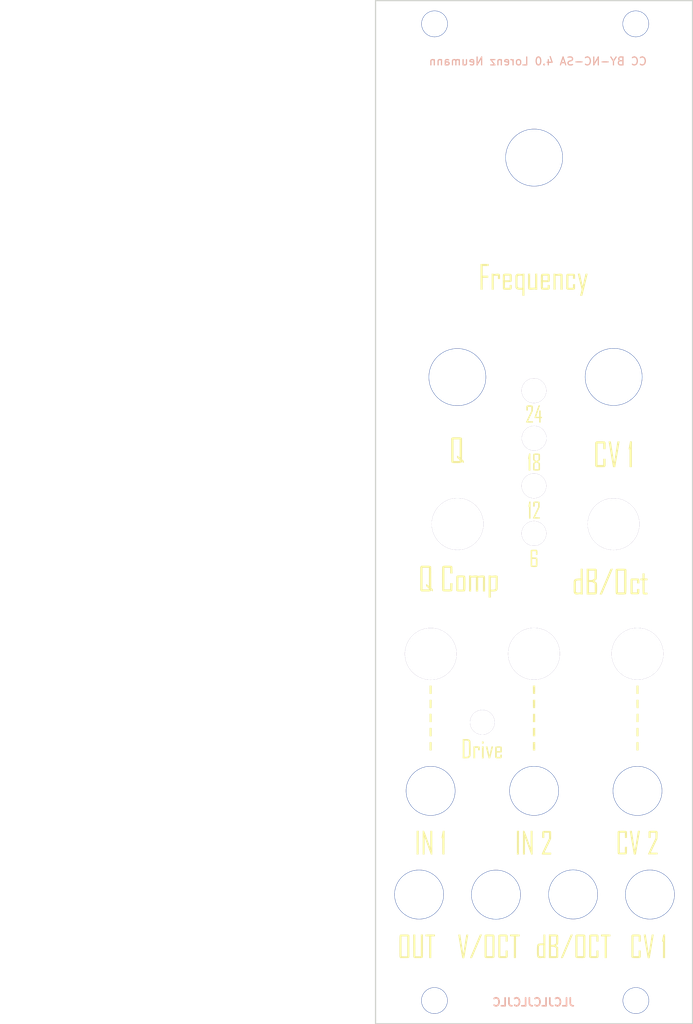
<source format=kicad_pcb>
(kicad_pcb (version 20171130) (host pcbnew "(5.1.8)-1")

  (general
    (thickness 1.6)
    (drawings 8)
    (tracks 0)
    (zones 0)
    (modules 26)
    (nets 1)
  )

  (page A4)
  (layers
    (0 F.Cu signal)
    (31 B.Cu signal)
    (32 B.Adhes user)
    (33 F.Adhes user)
    (34 B.Paste user)
    (35 F.Paste user)
    (36 B.SilkS user)
    (37 F.SilkS user)
    (38 B.Mask user)
    (39 F.Mask user)
    (40 Dwgs.User user)
    (41 Cmts.User user)
    (42 Eco1.User user)
    (43 Eco2.User user)
    (44 Edge.Cuts user)
    (45 Margin user)
    (46 B.CrtYd user)
    (47 F.CrtYd user)
    (48 B.Fab user)
    (49 F.Fab user)
  )

  (setup
    (last_trace_width 0.25)
    (trace_clearance 0.2)
    (zone_clearance 0.508)
    (zone_45_only no)
    (trace_min 0.2)
    (via_size 0.6)
    (via_drill 0.4)
    (via_min_size 0.4)
    (via_min_drill 0.3)
    (uvia_size 0.3)
    (uvia_drill 0.1)
    (uvias_allowed no)
    (uvia_min_size 0.2)
    (uvia_min_drill 0.1)
    (edge_width 0.15)
    (segment_width 0.3)
    (pcb_text_width 0.3)
    (pcb_text_size 1.5 1.5)
    (mod_edge_width 0.15)
    (mod_text_size 1 1)
    (mod_text_width 0.15)
    (pad_size 6.5 6.5)
    (pad_drill 6.5)
    (pad_to_mask_clearance 0.2)
    (aux_axis_origin 0 0)
    (visible_elements 7FFFFFFF)
    (pcbplotparams
      (layerselection 0x010fc_ffffffff)
      (usegerberextensions false)
      (usegerberattributes true)
      (usegerberadvancedattributes true)
      (creategerberjobfile true)
      (excludeedgelayer true)
      (linewidth 0.100000)
      (plotframeref false)
      (viasonmask false)
      (mode 1)
      (useauxorigin false)
      (hpglpennumber 1)
      (hpglpenspeed 20)
      (hpglpendiameter 15.000000)
      (psnegative false)
      (psa4output false)
      (plotreference false)
      (plotvalue false)
      (plotinvisibletext false)
      (padsonsilk false)
      (subtractmaskfromsilk false)
      (outputformat 1)
      (mirror false)
      (drillshape 0)
      (scaleselection 1)
      (outputdirectory "Gerber/"))
  )

  (net 0 "")

  (net_class Default "Dies ist die voreingestellte Netzklasse."
    (clearance 0.2)
    (trace_width 0.25)
    (via_dia 0.6)
    (via_drill 0.4)
    (uvia_dia 0.3)
    (uvia_drill 0.1)
  )

  (module Eigenes:pannel (layer F.Cu) (tedit 5FEF2117) (tstamp 5FEF7A79)
    (at 72.4281 101.2444)
    (fp_text reference G*** (at 0 0) (layer F.SilkS) hide
      (effects (font (size 1.524 1.524) (thickness 0.3)))
    )
    (fp_text value LOGO (at 0.75 0) (layer F.SilkS) hide
      (effects (font (size 1.524 1.524) (thickness 0.3)))
    )
    (fp_poly (pts (xy -9.267567 53.037533) (xy -9.082268 54.238837) (xy -9.045003 54.481295) (xy -9.010187 54.709485)
      (xy -8.978586 54.918265) (xy -8.950968 55.102493) (xy -8.928099 55.257026) (xy -8.910744 55.376721)
      (xy -8.899672 55.456436) (xy -8.895648 55.490991) (xy -8.891603 55.476829) (xy -8.880498 55.416939)
      (xy -8.863075 55.315841) (xy -8.840081 55.178055) (xy -8.81226 55.0081) (xy -8.780357 54.810498)
      (xy -8.745116 54.589768) (xy -8.707283 54.35043) (xy -8.698729 54.295996) (xy -8.503131 53.050151)
      (xy -8.383197 53.042401) (xy -8.313188 53.041751) (xy -8.269965 53.04881) (xy -8.263235 53.055114)
      (xy -8.267424 53.083834) (xy -8.279368 53.157132) (xy -8.298119 53.269486) (xy -8.322726 53.415372)
      (xy -8.352241 53.589269) (xy -8.385713 53.785654) (xy -8.422193 53.999005) (xy -8.460731 54.2238)
      (xy -8.500378 54.454516) (xy -8.540183 54.685631) (xy -8.579198 54.911622) (xy -8.616472 55.126967)
      (xy -8.651055 55.326144) (xy -8.681999 55.50363) (xy -8.708354 55.653903) (xy -8.729169 55.77144)
      (xy -8.743496 55.85072) (xy -8.7488 55.878729) (xy -8.775377 56.012213) (xy -8.886275 56.012213)
      (xy -8.962644 56.006338) (xy -9.001283 55.985836) (xy -9.010542 55.967718) (xy -9.017401 55.934407)
      (xy -9.031754 55.85676) (xy -9.052654 55.740274) (xy -9.079157 55.590447) (xy -9.110316 55.412776)
      (xy -9.145187 55.21276) (xy -9.182824 54.995895) (xy -9.222281 54.76768) (xy -9.262613 54.533611)
      (xy -9.302874 54.299187) (xy -9.34212 54.069906) (xy -9.379404 53.851264) (xy -9.413782 53.648759)
      (xy -9.444307 53.467889) (xy -9.470034 53.314152) (xy -9.490018 53.193045) (xy -9.503313 53.110066)
      (xy -9.508974 53.070712) (xy -9.509109 53.06871) (xy -9.484791 53.047348) (xy -9.413789 53.037898)
      (xy -9.388338 53.037486) (xy -9.267567 53.037533)) (layer F.SilkS) (width 0.01))
    (fp_poly (pts (xy 1.423824 55.986787) (xy 1.314495 55.986787) (xy 1.241391 55.981765) (xy 1.189932 55.969188)
      (xy 1.181011 55.963678) (xy 1.141752 55.953859) (xy 1.065136 55.956107) (xy 1.004305 55.963542)
      (xy 0.907251 55.978009) (xy 0.818939 55.990928) (xy 0.775476 55.997119) (xy 0.692051 55.997548)
      (xy 0.626548 55.98601) (xy 0.553791 55.953532) (xy 0.503174 55.918396) (xy 0.467384 55.883512)
      (xy 0.439373 55.846962) (xy 0.418192 55.802308) (xy 0.402894 55.743111) (xy 0.392531 55.662934)
      (xy 0.386153 55.55534) (xy 0.382813 55.413891) (xy 0.381563 55.232149) (xy 0.381421 55.091804)
      (xy 0.381958 54.890454) (xy 0.612332 54.890454) (xy 0.614021 55.09065) (xy 0.61478 55.143684)
      (xy 0.617613 55.322932) (xy 0.620545 55.458276) (xy 0.624389 55.556657) (xy 0.629957 55.625017)
      (xy 0.638062 55.670297) (xy 0.649517 55.699439) (xy 0.665134 55.719384) (xy 0.684098 55.735757)
      (xy 0.72241 55.760387) (xy 0.770442 55.774394) (xy 0.841324 55.779758) (xy 0.948185 55.77846)
      (xy 0.963778 55.777959) (xy 1.182283 55.770671) (xy 1.182283 54.372273) (xy 1.017017 54.364183)
      (xy 0.912842 54.364263) (xy 0.813931 54.372823) (xy 0.757192 54.384037) (xy 0.712055 54.401327)
      (xy 0.676888 54.427247) (xy 0.650598 54.46763) (xy 0.63209 54.528309) (xy 0.620273 54.615117)
      (xy 0.614051 54.733888) (xy 0.612332 54.890454) (xy 0.381958 54.890454) (xy 0.382 54.87487)
      (xy 0.384483 54.702479) (xy 0.390032 54.568332) (xy 0.399812 54.466125) (xy 0.414984 54.389558)
      (xy 0.436713 54.332329) (xy 0.466161 54.288136) (xy 0.504492 54.250677) (xy 0.542059 54.221527)
      (xy 0.581763 54.197677) (xy 0.631319 54.181366) (xy 0.701733 54.170736) (xy 0.804008 54.163928)
      (xy 0.904371 54.160325) (xy 1.194995 54.151781) (xy 1.194995 53.037438) (xy 1.423824 53.037438)
      (xy 1.423824 55.986787)) (layer F.SilkS) (width 0.01))
    (fp_poly (pts (xy 14.047548 53.037536) (xy 14.232982 54.238838) (xy 14.270273 54.481294) (xy 14.305111 54.709482)
      (xy 14.336728 54.918261) (xy 14.364359 55.102487) (xy 14.387236 55.25702) (xy 14.404593 55.376716)
      (xy 14.415663 55.456432) (xy 14.419678 55.490991) (xy 14.423711 55.476829) (xy 14.434807 55.41694)
      (xy 14.452222 55.315842) (xy 14.475211 55.178056) (xy 14.503029 55.008103) (xy 14.534931 54.810502)
      (xy 14.570173 54.589772) (xy 14.60801 54.350435) (xy 14.616567 54.295996) (xy 14.812195 53.050151)
      (xy 14.932023 53.042401) (xy 15.001977 53.042172) (xy 15.045147 53.050303) (xy 15.051852 53.057333)
      (xy 15.047673 53.08578) (xy 15.035758 53.158879) (xy 15.017042 53.27118) (xy 14.99246 53.417227)
      (xy 14.962946 53.591569) (xy 14.929436 53.788753) (xy 14.892864 54.003325) (xy 14.854165 54.229833)
      (xy 14.814274 54.462824) (xy 14.774124 54.696845) (xy 14.734652 54.926442) (xy 14.696792 55.146164)
      (xy 14.661478 55.350557) (xy 14.629645 55.534167) (xy 14.602229 55.691543) (xy 14.580163 55.817232)
      (xy 14.564382 55.905779) (xy 14.555822 55.951733) (xy 14.555133 55.955005) (xy 14.539362 55.991281)
      (xy 14.503564 56.008052) (xy 14.43268 56.012211) (xy 14.430158 56.012213) (xy 14.353502 56.006532)
      (xy 14.314588 55.986621) (xy 14.304782 55.967718) (xy 14.297929 55.934296) (xy 14.283582 55.856567)
      (xy 14.262687 55.740025) (xy 14.236188 55.590165) (xy 14.205031 55.412479) (xy 14.170161 55.212464)
      (xy 14.132522 54.995613) (xy 14.093062 54.767421) (xy 14.052723 54.533381) (xy 14.012453 54.298988)
      (xy 13.973195 54.069737) (xy 13.935896 53.851121) (xy 13.901499 53.648635) (xy 13.870952 53.467773)
      (xy 13.845198 53.31403) (xy 13.825182 53.1929) (xy 13.811851 53.109877) (xy 13.806149 53.070455)
      (xy 13.806006 53.068403) (xy 13.830236 53.047416) (xy 13.900347 53.037942) (xy 13.926777 53.037487)
      (xy 14.047548 53.037536)) (layer F.SilkS) (width 0.01))
    (fp_poly (pts (xy -16.087658 53.037854) (xy -15.96632 53.038952) (xy -15.880231 53.041999) (xy -15.821592 53.047911)
      (xy -15.782602 53.057606) (xy -15.755461 53.072002) (xy -15.732368 53.092015) (xy -15.72447 53.099846)
      (xy -15.662062 53.162254) (xy -15.662062 55.876221) (xy -15.720908 55.931504) (xy -15.74316 55.950287)
      (xy -15.769191 55.964254) (xy -15.806336 55.974118) (xy -15.861929 55.980589) (xy -15.943307 55.984378)
      (xy -16.057803 55.986197) (xy -16.212753 55.986757) (xy -16.291134 55.986787) (xy -16.802515 55.986787)
      (xy -16.855211 55.919795) (xy -16.866898 55.903797) (xy -16.876715 55.885174) (xy -16.884827 55.859641)
      (xy -16.891394 55.822913) (xy -16.896581 55.770704) (xy -16.90055 55.698729) (xy -16.903464 55.602703)
      (xy -16.905486 55.47834) (xy -16.906778 55.321356) (xy -16.907503 55.127465) (xy -16.907825 54.892381)
      (xy -16.907906 54.611819) (xy -16.907908 54.532846) (xy -16.907814 54.225678) (xy -16.907296 53.965368)
      (xy -16.905995 53.747923) (xy -16.903554 53.56935) (xy -16.899615 53.425656) (xy -16.89382 53.312849)
      (xy -16.889479 53.266267) (xy -16.653653 53.266267) (xy -16.653653 54.507875) (xy -16.653316 54.754427)
      (xy -16.65235 54.985382) (xy -16.650821 55.195777) (xy -16.648795 55.380654) (xy -16.646341 55.535052)
      (xy -16.643525 55.654012) (xy -16.640412 55.732572) (xy -16.637072 55.765773) (xy -16.636703 55.766434)
      (xy -16.606397 55.77259) (xy -16.534992 55.777748) (xy -16.432236 55.781459) (xy -16.307878 55.783276)
      (xy -16.268034 55.783384) (xy -15.916316 55.783384) (xy -15.916316 53.266267) (xy -16.653653 53.266267)
      (xy -16.889479 53.266267) (xy -16.885813 53.226935) (xy -16.875235 53.163922) (xy -16.861729 53.119817)
      (xy -16.844937 53.090627) (xy -16.824502 53.072359) (xy -16.800066 53.06102) (xy -16.775442 53.053729)
      (xy -16.731969 53.0487) (xy -16.646987 53.044306) (xy -16.529837 53.040832) (xy -16.389861 53.038563)
      (xy -16.252047 53.037785) (xy -16.087658 53.037854)) (layer F.SilkS) (width 0.01))
    (fp_poly (pts (xy -14.918589 54.404054) (xy -14.912012 55.770671) (xy -14.562412 55.777745) (xy -14.212813 55.784819)
      (xy -14.212813 53.037438) (xy -13.958558 53.037438) (xy -13.958558 54.461262) (xy -13.958604 54.76631)
      (xy -13.958836 55.024573) (xy -13.959394 55.240115) (xy -13.960417 55.417001) (xy -13.962047 55.559297)
      (xy -13.964422 55.671067) (xy -13.967685 55.756376) (xy -13.971974 55.81929) (xy -13.97743 55.863873)
      (xy -13.984193 55.894191) (xy -13.992403 55.914308) (xy -14.0022 55.92829) (xy -14.009409 55.935936)
      (xy -14.029929 55.953365) (xy -14.056538 55.966295) (xy -14.096515 55.975393) (xy -14.157135 55.981324)
      (xy -14.245677 55.984755) (xy -14.369416 55.986353) (xy -14.53563 55.986782) (xy -14.564828 55.986787)
      (xy -14.73753 55.986528) (xy -14.86663 55.985284) (xy -14.959378 55.982352) (xy -15.023022 55.977032)
      (xy -15.064811 55.968623) (xy -15.091993 55.956423) (xy -15.111818 55.93973) (xy -15.117831 55.933282)
      (xy -15.128239 55.919866) (xy -15.137076 55.901747) (xy -15.144495 55.874853) (xy -15.15065 55.835112)
      (xy -15.155692 55.778454) (xy -15.159776 55.700808) (xy -15.163054 55.598101) (xy -15.165678 55.466262)
      (xy -15.167803 55.30122) (xy -15.169581 55.098904) (xy -15.171165 54.855242) (xy -15.172708 54.566163)
      (xy -15.173242 54.458607) (xy -15.180217 53.037438) (xy -14.925166 53.037438) (xy -14.918589 54.404054)) (layer F.SilkS) (width 0.01))
    (fp_poly (pts (xy -12.458458 53.266267) (xy -12.916116 53.266267) (xy -12.916116 55.986787) (xy -13.17037 55.986787)
      (xy -13.17037 53.266267) (xy -13.628028 53.266267) (xy -13.628028 53.037438) (xy -12.458458 53.037438)
      (xy -12.458458 53.266267)) (layer F.SilkS) (width 0.01))
    (fp_poly (pts (xy -6.59272 53.169583) (xy -6.613502 53.21778) (xy -6.65215 53.308071) (xy -6.706657 53.435745)
      (xy -6.775014 53.59609) (xy -6.855217 53.784393) (xy -6.945256 53.995943) (xy -7.043125 54.226027)
      (xy -7.146817 54.469935) (xy -7.221462 54.645596) (xy -7.791275 55.986787) (xy -7.912855 55.986787)
      (xy -7.983563 55.985586) (xy -8.027408 55.982528) (xy -8.034434 55.980389) (xy -8.024757 55.956509)
      (xy -7.99685 55.889826) (xy -7.952402 55.784326) (xy -7.893099 55.643992) (xy -7.820628 55.472811)
      (xy -7.736678 55.274768) (xy -7.642935 55.053848) (xy -7.541087 54.814036) (xy -7.432821 54.559316)
      (xy -7.412731 54.512071) (xy -6.791027 53.050151) (xy -6.662409 53.042456) (xy -6.533792 53.034762)
      (xy -6.59272 53.169583)) (layer F.SilkS) (width 0.01))
    (fp_poly (pts (xy -5.406397 53.037776) (xy -5.27882 53.039244) (xy -5.18735 53.042524) (xy -5.124615 53.048298)
      (xy -5.083245 53.057249) (xy -5.055869 53.070058) (xy -5.035115 53.087408) (xy -5.034881 53.087642)
      (xy -4.991137 53.147158) (xy -4.970405 53.1957) (xy -4.967784 53.231757) (xy -4.965595 53.313655)
      (xy -4.963864 53.436385) (xy -4.962616 53.594941) (xy -4.961877 53.784312) (xy -4.961672 53.999492)
      (xy -4.962027 54.235473) (xy -4.962967 54.487245) (xy -4.963402 54.571579) (xy -4.97067 55.889604)
      (xy -5.030694 55.938196) (xy -5.055407 55.954984) (xy -5.08711 55.967418) (xy -5.133227 55.976142)
      (xy -5.201181 55.981799) (xy -5.298393 55.985029) (xy -5.432286 55.986477) (xy -5.591978 55.986787)
      (xy -5.763586 55.986594) (xy -5.891705 55.985496) (xy -5.983698 55.982715) (xy -6.046926 55.977471)
      (xy -6.088753 55.968987) (xy -6.116541 55.956485) (xy -6.13765 55.939185) (xy -6.148521 55.927941)
      (xy -6.203803 55.869095) (xy -6.203803 53.266267) (xy -5.949549 53.266267) (xy -5.949549 55.757958)
      (xy -5.212212 55.757958) (xy -5.212212 53.266267) (xy -5.949549 53.266267) (xy -6.203803 53.266267)
      (xy -6.203803 53.14283) (xy -6.136811 53.090134) (xy -6.110489 53.071861) (xy -6.079582 53.058369)
      (xy -6.036456 53.048937) (xy -5.973475 53.042848) (xy -5.883005 53.039381) (xy -5.757413 53.037818)
      (xy -5.589063 53.037439) (xy -5.577452 53.037438) (xy -5.406397 53.037776)) (layer F.SilkS) (width 0.01))
    (fp_poly (pts (xy -3.723057 53.037642) (xy -3.603553 53.038891) (xy -3.519085 53.042136) (xy -3.461747 53.048332)
      (xy -3.423632 53.058431) (xy -3.396832 53.073386) (xy -3.37344 53.09415) (xy -3.367713 53.099846)
      (xy -3.34373 53.125823) (xy -3.32684 53.153772) (xy -3.315801 53.192549) (xy -3.30937 53.251006)
      (xy -3.306306 53.338) (xy -3.305366 53.462384) (xy -3.305305 53.544791) (xy -3.305305 53.927328)
      (xy -3.559559 53.927328) (xy -3.559559 53.266267) (xy -4.22062 53.266267) (xy -4.22062 55.757958)
      (xy -3.559559 55.757958) (xy -3.559559 55.046046) (xy -3.305305 55.046046) (xy -3.305305 55.461134)
      (xy -3.304862 55.628844) (xy -3.307573 55.756595) (xy -3.319499 55.849802) (xy -3.346698 55.913879)
      (xy -3.395232 55.95424) (xy -3.471161 55.9763) (xy -3.580544 55.985473) (xy -3.729441 55.987173)
      (xy -3.893653 55.986787) (xy -4.059323 55.986562) (xy -4.181796 55.985316) (xy -4.268722 55.982193)
      (xy -4.327756 55.976337) (xy -4.366548 55.966891) (xy -4.392753 55.952999) (xy -4.414021 55.933805)
      (xy -4.419592 55.927941) (xy -4.474875 55.869095) (xy -4.474875 53.14283) (xy -4.407882 53.090134)
      (xy -4.38046 53.071208) (xy -4.348195 53.057432) (xy -4.303062 53.047995) (xy -4.237037 53.042089)
      (xy -4.142092 53.038902) (xy -4.010204 53.037627) (xy -3.885505 53.037438) (xy -3.723057 53.037642)) (layer F.SilkS) (width 0.01))
    (fp_poly (pts (xy -1.805205 53.266267) (xy -2.262863 53.266267) (xy -2.262863 55.986787) (xy -2.517117 55.986787)
      (xy -2.517117 53.268175) (xy -2.752302 53.260864) (xy -2.987487 53.253554) (xy -2.995305 53.145496)
      (xy -3.003124 53.037438) (xy -1.805205 53.037438) (xy -1.805205 53.266267)) (layer F.SilkS) (width 0.01))
    (fp_poly (pts (xy 2.755156 53.038046) (xy 2.869095 53.047362) (xy 2.949566 53.070292) (xy 3.002323 53.112539)
      (xy 3.033121 53.179807) (xy 3.047714 53.277799) (xy 3.051856 53.412221) (xy 3.051301 53.588776)
      (xy 3.051051 53.678973) (xy 3.050764 53.865009) (xy 3.048522 54.007539) (xy 3.042257 54.113909)
      (xy 3.029903 54.191465) (xy 3.00939 54.24755) (xy 2.978652 54.289511) (xy 2.935619 54.324693)
      (xy 2.878224 54.36044) (xy 2.855425 54.373821) (xy 2.788476 54.415116) (xy 2.760299 54.440922)
      (xy 2.76472 54.459527) (xy 2.782397 54.471831) (xy 2.830349 54.503052) (xy 2.898474 54.550977)
      (xy 2.933954 54.57695) (xy 3.038339 54.654501) (xy 3.045144 55.268384) (xy 3.047146 55.460596)
      (xy 3.048029 55.608454) (xy 3.047315 55.718451) (xy 3.044521 55.797083) (xy 3.039169 55.85084)
      (xy 3.030776 55.886218) (xy 3.018863 55.90971) (xy 3.00295 55.927808) (xy 2.995855 55.934528)
      (xy 2.974306 55.952053) (xy 2.947714 55.965159) (xy 2.908932 55.974485) (xy 2.850812 55.980669)
      (xy 2.766204 55.98435) (xy 2.647962 55.986165) (xy 2.488938 55.986753) (xy 2.410621 55.986787)
      (xy 1.881482 55.986787) (xy 1.881482 54.562963) (xy 2.135736 54.562963) (xy 2.135736 55.757958)
      (xy 2.796797 55.757958) (xy 2.79634 55.243093) (xy 2.795883 54.728229) (xy 2.669508 54.645596)
      (xy 2.600502 54.60344) (xy 2.54154 54.57868) (xy 2.474427 54.566759) (xy 2.380966 54.563122)
      (xy 2.339435 54.562963) (xy 2.135736 54.562963) (xy 1.881482 54.562963) (xy 1.881482 53.266267)
      (xy 2.135736 53.266267) (xy 2.135736 54.334135) (xy 2.333122 54.334135) (xy 2.437343 54.332298)
      (xy 2.509733 54.323356) (xy 2.569273 54.302158) (xy 2.634947 54.263556) (xy 2.663653 54.24447)
      (xy 2.796797 54.154806) (xy 2.796797 53.266267) (xy 2.135736 53.266267) (xy 1.881482 53.266267)
      (xy 1.881482 53.037438) (xy 2.403859 53.037438) (xy 2.601996 53.036639) (xy 2.755156 53.038046)) (layer F.SilkS) (width 0.01))
    (fp_poly (pts (xy 4.839523 53.041471) (xy 4.873162 53.054676) (xy 4.873886 53.06922) (xy 4.861774 53.097737)
      (xy 4.831471 53.16887) (xy 4.784748 53.278468) (xy 4.723376 53.422379) (xy 4.649126 53.59645)
      (xy 4.563769 53.796529) (xy 4.469077 54.018465) (xy 4.366819 54.258104) (xy 4.258769 54.511296)
      (xy 4.25842 54.512113) (xy 4.15036 54.765338) (xy 4.048099 55.005024) (xy 3.953405 55.227021)
      (xy 3.86805 55.427174) (xy 3.793804 55.601334) (xy 3.732435 55.745346) (xy 3.685715 55.855061)
      (xy 3.655414 55.926325) (xy 3.643301 55.954986) (xy 3.643293 55.955005) (xy 3.609891 55.97557)
      (xy 3.537027 55.985993) (xy 3.504488 55.986787) (xy 3.43481 55.983384) (xy 3.394027 55.974677)
      (xy 3.389158 55.967718) (xy 3.400707 55.941547) (xy 3.430391 55.872606) (xy 3.476487 55.764939)
      (xy 3.53727 55.622589) (xy 3.611018 55.449601) (xy 3.696006 55.250016) (xy 3.79051 55.02788)
      (xy 3.892808 54.787234) (xy 4.001176 54.532124) (xy 4.01777 54.493043) (xy 4.635806 53.037438)
      (xy 4.761464 53.037438) (xy 4.839523 53.041471)) (layer F.SilkS) (width 0.01))
    (fp_poly (pts (xy 6.005958 53.037597) (xy 6.133402 53.038629) (xy 6.22494 53.041366) (xy 6.288045 53.04664)
      (xy 6.33019 53.055282) (xy 6.358847 53.068126) (xy 6.381488 53.086002) (xy 6.395651 53.099846)
      (xy 6.458058 53.162254) (xy 6.458058 55.861971) (xy 6.395651 55.924379) (xy 6.372998 55.945762)
      (xy 6.348923 55.9616) (xy 6.315953 55.972726) (xy 6.266615 55.979971) (xy 6.193436 55.984169)
      (xy 6.088945 55.98615) (xy 5.945668 55.986747) (xy 5.835135 55.986787) (xy 5.664313 55.986628)
      (xy 5.536869 55.985596) (xy 5.445331 55.982859) (xy 5.382226 55.977585) (xy 5.340081 55.968943)
      (xy 5.311424 55.956099) (xy 5.288783 55.938223) (xy 5.27462 55.924379) (xy 5.212213 55.861971)
      (xy 5.212213 53.266267) (xy 5.466467 53.266267) (xy 5.466467 55.757958) (xy 6.203804 55.757958)
      (xy 6.203804 53.266267) (xy 5.466467 53.266267) (xy 5.212213 53.266267) (xy 5.212213 53.162254)
      (xy 5.27462 53.099846) (xy 5.297273 53.078463) (xy 5.321348 53.062625) (xy 5.354318 53.051499)
      (xy 5.403656 53.044254) (xy 5.476834 53.040056) (xy 5.581326 53.038075) (xy 5.724603 53.037478)
      (xy 5.835135 53.037438) (xy 6.005958 53.037597)) (layer F.SilkS) (width 0.01))
    (fp_poly (pts (xy 7.859737 53.039439) (xy 7.962364 53.049823) (xy 8.032546 53.073469) (xy 8.076397 53.115634)
      (xy 8.100032 53.181572) (xy 8.109567 53.276539) (xy 8.111114 53.40579) (xy 8.110711 53.534224)
      (xy 8.110711 53.927328) (xy 7.856457 53.927328) (xy 7.856457 53.266267) (xy 7.195396 53.266267)
      (xy 7.195396 55.757958) (xy 7.856457 55.757958) (xy 7.856457 55.046046) (xy 8.110711 55.046046)
      (xy 8.110711 55.464576) (xy 8.111243 55.632518) (xy 8.108766 55.760107) (xy 8.097172 55.852861)
      (xy 8.070355 55.916297) (xy 8.022207 55.955933) (xy 7.94662 55.977287) (xy 7.837486 55.985878)
      (xy 7.688697 55.987222) (xy 7.532689 55.986787) (xy 7.367984 55.986596) (xy 7.246345 55.985411)
      (xy 7.159987 55.982314) (xy 7.101127 55.976387) (xy 7.06198 55.966711) (xy 7.034761 55.952368)
      (xy 7.011686 55.932441) (xy 7.003549 55.924379) (xy 6.941141 55.861971) (xy 6.941141 53.162254)
      (xy 7.003549 53.099846) (xy 7.026975 53.077848) (xy 7.051944 53.061742) (xy 7.08624 53.050609)
      (xy 7.137647 53.043531) (xy 7.213951 53.039591) (xy 7.322936 53.037869) (xy 7.472386 53.037448)
      (xy 7.532689 53.037438) (xy 7.71855 53.037062) (xy 7.859737 53.039439)) (layer F.SilkS) (width 0.01))
    (fp_poly (pts (xy 9.610811 53.266267) (xy 9.153153 53.266267) (xy 9.153153 55.986787) (xy 8.898899 55.986787)
      (xy 8.898899 53.266267) (xy 8.441242 53.266267) (xy 8.441242 53.037438) (xy 9.610811 53.037438)
      (xy 9.610811 53.266267)) (layer F.SilkS) (width 0.01))
    (fp_poly (pts (xy 13.173778 53.039906) (xy 13.276296 53.051003) (xy 13.346387 53.075794) (xy 13.390173 53.11962)
      (xy 13.413778 53.187822) (xy 13.423326 53.28574) (xy 13.424939 53.418713) (xy 13.424625 53.541229)
      (xy 13.424625 53.927328) (xy 13.170371 53.927328) (xy 13.170371 53.266267) (xy 12.50931 53.266267)
      (xy 12.50931 55.757958) (xy 13.170371 55.757958) (xy 13.170371 55.046046) (xy 13.424625 55.046046)
      (xy 13.424625 55.465566) (xy 13.425249 55.63384) (xy 13.423038 55.761528) (xy 13.411866 55.854199)
      (xy 13.385605 55.917425) (xy 13.338129 55.956776) (xy 13.263313 55.977822) (xy 13.155029 55.986134)
      (xy 13.007152 55.987283) (xy 12.851397 55.986787) (xy 12.685745 55.986602) (xy 12.56321 55.985442)
      (xy 12.476057 55.982404) (xy 12.416551 55.976585) (xy 12.376959 55.967079) (xy 12.349546 55.952984)
      (xy 12.326577 55.933394) (xy 12.317463 55.924379) (xy 12.255055 55.861971) (xy 12.255055 53.162254)
      (xy 12.317463 53.099846) (xy 12.34088 53.077856) (xy 12.365838 53.061752) (xy 12.400117 53.05062)
      (xy 12.4515 53.04354) (xy 12.527765 53.039596) (xy 12.636695 53.037871) (xy 12.78607 53.037448)
      (xy 12.846965 53.037438) (xy 13.032709 53.037165) (xy 13.173778 53.039906)) (layer F.SilkS) (width 0.01))
    (fp_poly (pts (xy 16.354922 53.037052) (xy 16.374459 53.037438) (xy 16.475676 53.037438) (xy 16.475676 55.986787)
      (xy 16.221422 55.986787) (xy 16.221422 53.927328) (xy 16.102191 53.927328) (xy 16.174205 53.53959)
      (xy 16.205691 53.36893) (xy 16.229578 53.241763) (xy 16.248396 53.151748) (xy 16.264671 53.092545)
      (xy 16.280933 53.057814) (xy 16.29971 53.041214) (xy 16.32353 53.036407) (xy 16.354922 53.037052)) (layer F.SilkS) (width 0.01))
    (fp_poly (pts (xy -14.498644 41.500651) (xy -14.505205 42.981682) (xy -14.625976 42.989432) (xy -14.746746 42.997181)
      (xy -14.746746 40.01962) (xy -14.492082 40.01962) (xy -14.498644 41.500651)) (layer F.SilkS) (width 0.01))
    (fp_poly (pts (xy -13.845596 40.016949) (xy -13.830983 40.025224) (xy -13.814907 40.044551) (xy -13.795656 40.078813)
      (xy -13.771521 40.131892) (xy -13.740791 40.207669) (xy -13.701757 40.310028) (xy -13.652708 40.442849)
      (xy -13.591934 40.610016) (xy -13.517725 40.81541) (xy -13.428369 41.062913) (xy -13.383687 41.186506)
      (xy -13.03053 42.162701) (xy -13.023898 41.091161) (xy -13.017266 40.01962) (xy -12.788989 40.01962)
      (xy -12.788989 42.997617) (xy -12.871621 42.989649) (xy -12.954254 42.981682) (xy -13.348348 41.901102)
      (xy -13.742442 40.820521) (xy -13.749071 41.907458) (xy -13.755701 42.994395) (xy -13.983984 42.994395)
      (xy -13.983984 40.01962) (xy -13.897755 40.01962) (xy -13.877272 40.018029) (xy -13.860456 40.015845)
      (xy -13.845596 40.016949)) (layer F.SilkS) (width 0.01))
    (fp_poly (pts (xy -11.25075 42.981682) (xy -11.366111 42.989211) (xy -11.439259 42.990065) (xy -11.489646 42.983463)
      (xy -11.499595 42.978617) (xy -11.503563 42.950026) (xy -11.507231 42.876108) (xy -11.510502 42.762385)
      (xy -11.513278 42.614379) (xy -11.515464 42.437615) (xy -11.51696 42.237613) (xy -11.517672 42.019898)
      (xy -11.517717 41.947715) (xy -11.517717 40.934935) (xy -11.571746 40.934935) (xy -11.609266 40.926849)
      (xy -11.616346 40.89271) (xy -11.611892 40.865015) (xy -11.602565 40.816037) (xy -11.586124 40.727703)
      (xy -11.56454 40.610689) (xy -11.539787 40.475672) (xy -11.527315 40.407358) (xy -11.456621 40.01962)
      (xy -11.237628 40.01962) (xy -11.25075 42.981682)) (layer F.SilkS) (width 0.01))
    (fp_poly (pts (xy -1.887633 41.500651) (xy -1.894194 42.981682) (xy -2.014965 42.989432) (xy -2.135735 42.997181)
      (xy -2.135735 40.01962) (xy -1.881071 40.01962) (xy -1.887633 41.500651)) (layer F.SilkS) (width 0.01))
    (fp_poly (pts (xy -1.234317 40.017247) (xy -1.219589 40.025752) (xy -1.20339 40.045376) (xy -1.184013 40.080001)
      (xy -1.15975 40.133508) (xy -1.128895 40.209778) (xy -1.089741 40.312695) (xy -1.040581 40.44614)
      (xy -0.979707 40.613995) (xy -0.905412 40.820142) (xy -0.815989 41.068463) (xy -0.772591 41.188815)
      (xy -0.419519 42.167319) (xy -0.412887 41.09347) (xy -0.406255 40.01962) (xy -0.177978 40.01962)
      (xy -0.177978 42.997617) (xy -0.26061 42.989649) (xy -0.343243 42.981682) (xy -0.737337 41.901102)
      (xy -1.131431 40.820521) (xy -1.13806 41.907458) (xy -1.14469 42.994395) (xy -1.372973 42.994395)
      (xy -1.372973 40.01962) (xy -1.286744 40.01962) (xy -1.266187 40.018062) (xy -1.24928 40.015977)
      (xy -1.234317 40.017247)) (layer F.SilkS) (width 0.01))
    (fp_poly (pts (xy 1.924242 40.034427) (xy 2.0245 40.04621) (xy 2.092213 40.073296) (xy 2.133454 40.121794)
      (xy 2.154293 40.197814) (xy 2.160802 40.307466) (xy 2.159054 40.45686) (xy 2.156136 40.590107)
      (xy 2.147945 41.023924) (xy 1.735033 41.874104) (xy 1.641537 42.067149) (xy 1.555455 42.245923)
      (xy 1.479241 42.405246) (xy 1.415351 42.539942) (xy 1.366239 42.644833) (xy 1.334362 42.714741)
      (xy 1.322175 42.744487) (xy 1.322122 42.744925) (xy 1.34615 42.751794) (xy 1.412646 42.757695)
      (xy 1.513231 42.762216) (xy 1.639526 42.764944) (xy 1.741642 42.765566) (xy 2.161161 42.765566)
      (xy 2.161161 42.994395) (xy 1.593327 42.994395) (xy 1.4283 42.993667) (xy 1.280612 42.991628)
      (xy 1.157756 42.988496) (xy 1.067224 42.984487) (xy 1.016508 42.979819) (xy 1.008542 42.977445)
      (xy 0.993931 42.940014) (xy 0.991592 42.91436) (xy 1.002316 42.882125) (xy 1.032942 42.809208)
      (xy 1.081154 42.700663) (xy 1.144634 42.561547) (xy 1.221063 42.396917) (xy 1.308125 42.211827)
      (xy 1.403503 42.011335) (xy 1.44925 41.915912) (xy 1.906907 40.963599) (xy 1.906907 40.248449)
      (xy 1.296697 40.248449) (xy 1.296697 40.90951) (xy 1.042443 40.90951) (xy 1.042443 40.530945)
      (xy 1.042085 40.368333) (xy 1.045159 40.245451) (xy 1.057883 40.156756) (xy 1.086475 40.096706)
      (xy 1.137154 40.059756) (xy 1.21614 40.040364) (xy 1.32965 40.032985) (xy 1.483904 40.032077)
      (xy 1.601802 40.032333) (xy 1.785366 40.031838) (xy 1.924242 40.034427)) (layer F.SilkS) (width 0.01))
    (fp_poly (pts (xy 12.325549 40.165816) (xy 12.334816 40.222668) (xy 12.350735 40.323547) (xy 12.372342 40.462204)
      (xy 12.39867 40.632391) (xy 12.428754 40.827858) (xy 12.461628 41.042357) (xy 12.496327 41.269636)
      (xy 12.509242 41.354455) (xy 12.543708 41.579681) (xy 12.576274 41.79001) (xy 12.60606 41.979956)
      (xy 12.632191 42.144034) (xy 12.653788 42.276757) (xy 12.669975 42.37264) (xy 12.679874 42.426197)
      (xy 12.682046 42.435035) (xy 12.694919 42.44813) (xy 12.705374 42.410809) (xy 12.705552 42.40961)
      (xy 12.711258 42.371937) (xy 12.723888 42.289358) (xy 12.742621 42.167222) (xy 12.766634 42.010881)
      (xy 12.795105 41.825684) (xy 12.827212 41.616983) (xy 12.862133 41.390127) (xy 12.891769 41.1977)
      (xy 12.927992 40.962242) (xy 12.96172 40.742394) (xy 12.992183 40.543219) (xy 13.01861 40.369778)
      (xy 13.040233 40.227135) (xy 13.056281 40.120352) (xy 13.065985 40.054492) (xy 13.068669 40.034486)
      (xy 13.091577 40.02608) (xy 13.150264 40.02069) (xy 13.198516 40.01962) (xy 13.278952 40.023647)
      (xy 13.314781 40.036747) (xy 13.316643 40.051402) (xy 13.310301 40.081645) (xy 13.296187 40.157479)
      (xy 13.275098 40.274374) (xy 13.247834 40.427797) (xy 13.215192 40.613216) (xy 13.17797 40.8261)
      (xy 13.136968 41.061918) (xy 13.092983 41.316137) (xy 13.054623 41.538789) (xy 12.804325 42.994395)
      (xy 12.682243 42.994395) (xy 12.611377 42.991295) (xy 12.56733 42.983401) (xy 12.56016 42.977816)
      (xy 12.555958 42.949411) (xy 12.543977 42.876356) (xy 12.525157 42.764101) (xy 12.500437 42.618094)
      (xy 12.470756 42.443784) (xy 12.437055 42.246619) (xy 12.400272 42.032048) (xy 12.361347 41.80552)
      (xy 12.321219 41.572483) (xy 12.280828 41.338387) (xy 12.241114 41.108678) (xy 12.203014 40.888807)
      (xy 12.16747 40.684223) (xy 12.13542 40.500372) (xy 12.107804 40.342705) (xy 12.085562 40.21667)
      (xy 12.069631 40.127716) (xy 12.060953 40.081291) (xy 12.059993 40.076827) (xy 12.05579 40.042983)
      (xy 12.072239 40.026035) (xy 12.120801 40.020197) (xy 12.173306 40.01962) (xy 12.300473 40.01962)
      (xy 12.325549 40.165816)) (layer F.SilkS) (width 0.01))
    (fp_poly (pts (xy 11.277944 40.019824) (xy 11.397448 40.021073) (xy 11.481916 40.024318) (xy 11.539254 40.030514)
      (xy 11.577369 40.040613) (xy 11.604169 40.055568) (xy 11.627561 40.076332) (xy 11.633288 40.082028)
      (xy 11.657271 40.108005) (xy 11.674161 40.135955) (xy 11.6852 40.174731) (xy 11.691631 40.233188)
      (xy 11.694695 40.320182) (xy 11.695635 40.444566) (xy 11.695696 40.526973) (xy 11.695696 40.90951)
      (xy 11.441442 40.90951) (xy 11.441442 40.248449) (xy 10.780381 40.248449) (xy 10.780381 42.767085)
      (xy 11.428729 42.752853) (xy 11.435783 42.390541) (xy 11.442838 42.028229) (xy 11.695696 42.028229)
      (xy 11.695696 42.431607) (xy 11.695194 42.58526) (xy 11.693039 42.696756) (xy 11.688257 42.774781)
      (xy 11.679876 42.828024) (xy 11.666921 42.865173) (xy 11.64842 42.894916) (xy 11.643 42.901977)
      (xy 11.590304 42.968969) (xy 11.109066 42.968969) (xy 10.940265 42.968628) (xy 10.814827 42.967127)
      (xy 10.725264 42.96375) (xy 10.664091 42.957782) (xy 10.623821 42.948508) (xy 10.596967 42.935213)
      (xy 10.576977 42.918119) (xy 10.565893 42.905706) (xy 10.556548 42.889709) (xy 10.548794 42.865979)
      (xy 10.542483 42.830369) (xy 10.537467 42.778731) (xy 10.533596 42.706917) (xy 10.530723 42.610778)
      (xy 10.528699 42.486166) (xy 10.527377 42.328934) (xy 10.526607 42.134934) (xy 10.526241 41.900016)
      (xy 10.526132 41.620035) (xy 10.526126 41.49614) (xy 10.526126 40.125012) (xy 10.593119 40.072316)
      (xy 10.620541 40.053391) (xy 10.652806 40.039614) (xy 10.697939 40.030177) (xy 10.763964 40.024271)
      (xy 10.858909 40.021085) (xy 10.990797 40.019809) (xy 11.115496 40.01962) (xy 11.277944 40.019824)) (layer F.SilkS) (width 0.01))
    (fp_poly (pts (xy 15.137349 40.019837) (xy 15.251907 40.021197) (xy 15.332056 40.024768) (xy 15.386017 40.031616)
      (xy 15.422011 40.042806) (xy 15.448257 40.059405) (xy 15.472979 40.08248) (xy 15.538271 40.147772)
      (xy 15.530247 40.573135) (xy 15.522223 40.998499) (xy 15.109059 41.859103) (xy 15.015936 42.053667)
      (xy 14.930149 42.234043) (xy 14.854119 42.395052) (xy 14.790269 42.531517) (xy 14.74102 42.638257)
      (xy 14.708794 42.710095) (xy 14.696012 42.741852) (xy 14.695896 42.742637) (xy 14.71995 42.75033)
      (xy 14.786636 42.756906) (xy 14.887738 42.761916) (xy 15.015043 42.76491) (xy 15.115416 42.765566)
      (xy 15.534935 42.765566) (xy 15.534935 42.968969) (xy 14.365366 42.968969) (xy 14.365393 42.911762)
      (xy 14.376172 42.877086) (xy 14.406939 42.801853) (xy 14.455362 42.691197) (xy 14.519106 42.550251)
      (xy 14.595837 42.384148) (xy 14.683221 42.198021) (xy 14.778925 41.997003) (xy 14.823051 41.905199)
      (xy 15.280681 40.955844) (xy 15.280681 40.248449) (xy 14.670471 40.248449) (xy 14.670471 40.90951)
      (xy 14.416217 40.90951) (xy 14.416217 40.125012) (xy 14.483209 40.072316) (xy 14.51148 40.052895)
      (xy 14.544801 40.038912) (xy 14.591504 40.029486) (xy 14.659918 40.023733) (xy 14.758373 40.020768)
      (xy 14.895201 40.01971) (xy 14.98016 40.01962) (xy 15.137349 40.019837)) (layer F.SilkS) (width 0.01))
    (fp_poly (pts (xy -8.45481 28.502534) (xy -8.352927 28.505302) (xy -8.281918 28.511516) (xy -8.2318 28.522485)
      (xy -8.192588 28.539518) (xy -8.161303 28.55911) (xy -8.08994 28.6172) (xy -8.028529 28.682201)
      (xy -8.024059 28.688054) (xy -8.009754 28.709229) (xy -7.9982 28.733773) (xy -7.989043 28.767136)
      (xy -7.981929 28.814769) (xy -7.976506 28.882123) (xy -7.972419 28.974647) (xy -7.969316 29.097793)
      (xy -7.966842 29.257012) (xy -7.964645 29.457753) (xy -7.963056 29.628795) (xy -7.961647 29.837824)
      (xy -7.961221 30.03374) (xy -7.961724 30.209945) (xy -7.963102 30.359843) (xy -7.965302 30.476837)
      (xy -7.968269 30.554328) (xy -7.970849 30.581948) (xy -8.007767 30.67238) (xy -8.077264 30.764546)
      (xy -8.164305 30.842328) (xy -8.253855 30.889611) (xy -8.25941 30.891247) (xy -8.322276 30.901647)
      (xy -8.421495 30.910067) (xy -8.542581 30.915547) (xy -8.651001 30.917176) (xy -8.949749 30.917318)
      (xy -8.949749 28.67988) (xy -8.746346 28.67988) (xy -8.746346 30.73934) (xy -8.60015 30.739198)
      (xy -8.49837 30.7342) (xy -8.400332 30.721602) (xy -8.357286 30.712212) (xy -8.258854 30.661212)
      (xy -8.210634 30.604296) (xy -8.197054 30.579953) (xy -8.186251 30.552037) (xy -8.177967 30.51496)
      (xy -8.171941 30.46313) (xy -8.167914 30.390957) (xy -8.165625 30.29285) (xy -8.164815 30.163218)
      (xy -8.165223 29.996472) (xy -8.166591 29.787019) (xy -8.167462 29.675715) (xy -8.174274 28.828207)
      (xy -8.257308 28.754044) (xy -8.303251 28.716605) (xy -8.347368 28.694441) (xy -8.404925 28.683593)
      (xy -8.491183 28.680104) (xy -8.543344 28.67988) (xy -8.746346 28.67988) (xy -8.949749 28.67988)
      (xy -8.949749 28.501902) (xy -8.597553 28.501902) (xy -8.45481 28.502534)) (layer F.SilkS) (width 0.01))
    (fp_poly (pts (xy -6.901179 29.418423) (xy -6.855426 29.449838) (xy -6.828284 29.512482) (xy -6.815929 29.613515)
      (xy -6.814014 29.701757) (xy -6.814014 29.900301) (xy -7.017417 29.900301) (xy -7.017417 29.595196)
      (xy -7.398798 29.595196) (xy -7.398798 30.917318) (xy -7.602202 30.917318) (xy -7.602202 29.423677)
      (xy -7.328879 29.418608) (xy -7.206118 29.416252) (xy -7.093492 29.413947) (xy -7.006224 29.412012)
      (xy -6.96937 29.411078) (xy -6.901179 29.418423)) (layer F.SilkS) (width 0.01))
    (fp_poly (pts (xy -6.330931 30.917318) (xy -6.534334 30.917318) (xy -6.534334 29.417218) (xy -6.330931 29.417218)
      (xy -6.330931 30.917318)) (layer F.SilkS) (width 0.01))
    (fp_poly (pts (xy -5.732082 30.003165) (xy -5.689859 30.195448) (xy -5.653901 30.348391) (xy -5.624879 30.459473)
      (xy -5.603463 30.526173) (xy -5.590323 30.54597) (xy -5.588472 30.543455) (xy -5.577784 30.505779)
      (xy -5.558334 30.426418) (xy -5.531987 30.313415) (xy -5.500607 30.174812) (xy -5.46606 30.018653)
      (xy -5.45453 29.965779) (xy -5.419992 29.808424) (xy -5.388638 29.668606) (xy -5.362178 29.553703)
      (xy -5.342322 29.471089) (xy -5.330777 29.428143) (xy -5.328973 29.423802) (xy -5.299545 29.419217)
      (xy -5.240569 29.42108) (xy -5.231058 29.421887) (xy -5.143102 29.42993) (xy -5.324357 30.167268)
      (xy -5.505611 30.904605) (xy -5.596952 30.912287) (xy -5.688293 30.91997) (xy -5.869772 30.194335)
      (xy -5.915827 30.009343) (xy -5.957579 29.840008) (xy -5.99349 29.692704) (xy -6.022019 29.573807)
      (xy -6.041627 29.489692) (xy -6.050774 29.446734) (xy -6.051251 29.442959) (xy -6.028767 29.426522)
      (xy -5.972908 29.417697) (xy -5.9543 29.417218) (xy -5.85735 29.417218) (xy -5.732082 30.003165)) (layer F.SilkS) (width 0.01))
    (fp_poly (pts (xy -4.201004 29.422508) (xy -4.124759 29.436981) (xy -4.077934 29.469585) (xy -4.053389 29.526588)
      (xy -4.043981 29.614261) (xy -4.042568 29.738873) (xy -4.042642 29.798336) (xy -4.043896 29.920214)
      (xy -4.047305 30.025717) (xy -4.052339 30.103117) (xy -4.058075 30.139763) (xy -4.072494 30.157252)
      (xy -4.105424 30.168956) (xy -4.165249 30.175935) (xy -4.260351 30.179251) (xy -4.375893 30.17998)
      (xy -4.678278 30.17998) (xy -4.678278 30.73934) (xy -4.22062 30.73934) (xy -4.22062 30.45966)
      (xy -4.042642 30.45966) (xy -4.042642 30.648909) (xy -4.044974 30.748544) (xy -4.056805 30.819901)
      (xy -4.08539 30.867688) (xy -4.137981 30.896611) (xy -4.221833 30.911378) (xy -4.3442 30.916696)
      (xy -4.456262 30.917318) (xy -4.58512 30.916715) (xy -4.673576 30.913709) (xy -4.732077 30.906503)
      (xy -4.771069 30.893303) (xy -4.800999 30.872313) (xy -4.819274 30.85491) (xy -4.881681 30.792502)
      (xy -4.881307 30.17478) (xy -4.880265 29.956635) (xy -4.877304 29.785208) (xy -4.872229 29.656395)
      (xy -4.865144 29.56977) (xy -4.678278 29.56977) (xy -4.678278 30.027428) (xy -4.22062 30.027428)
      (xy -4.22062 29.56977) (xy -4.678278 29.56977) (xy -4.865144 29.56977) (xy -4.864843 29.566094)
      (xy -4.854951 29.510201) (xy -4.848813 29.493494) (xy -4.834216 29.468034) (xy -4.814792 29.450277)
      (xy -4.781833 29.438598) (xy -4.726634 29.431374) (xy -4.640488 29.426979) (xy -4.514689 29.423789)
      (xy -4.470324 29.422873) (xy -4.313811 29.419895) (xy -4.201004 29.422508)) (layer F.SilkS) (width 0.01))
    (fp_poly (pts (xy -12.865265 29.925726) (xy -13.119519 29.925726) (xy -13.119519 28.883284) (xy -12.865265 28.883284)
      (xy -12.865265 29.925726)) (layer F.SilkS) (width 0.01))
    (fp_poly (pts (xy 0.152553 29.925726) (xy -0.127127 29.925726) (xy -0.127127 28.883284) (xy 0.152553 28.883284)
      (xy 0.152553 29.925726)) (layer F.SilkS) (width 0.01))
    (fp_poly (pts (xy 13.144945 29.925726) (xy 12.890691 29.925726) (xy 12.890691 28.883284) (xy 13.144945 28.883284)
      (xy 13.144945 29.925726)) (layer F.SilkS) (width 0.01))
    (fp_poly (pts (xy -6.330931 29.061262) (xy -6.534334 29.061262) (xy -6.534334 28.807007) (xy -6.330931 28.807007)
      (xy -6.330931 29.061262)) (layer F.SilkS) (width 0.01))
    (fp_poly (pts (xy -12.865265 28.145946) (xy -13.119519 28.145946) (xy -13.119519 27.103504) (xy -12.865265 27.103504)
      (xy -12.865265 28.145946)) (layer F.SilkS) (width 0.01))
    (fp_poly (pts (xy 0.152553 28.145946) (xy -0.127127 28.145946) (xy -0.127127 27.103504) (xy 0.152553 27.103504)
      (xy 0.152553 28.145946)) (layer F.SilkS) (width 0.01))
    (fp_poly (pts (xy 13.144945 28.145946) (xy 12.890691 28.145946) (xy 12.890691 27.103504) (xy 13.144945 27.103504)
      (xy 13.144945 28.145946)) (layer F.SilkS) (width 0.01))
    (fp_poly (pts (xy -12.998748 25.328687) (xy -12.877978 25.336437) (xy -12.864212 26.366167) (xy -13.119519 26.366167)
      (xy -13.119519 25.320938) (xy -12.998748 25.328687)) (layer F.SilkS) (width 0.01))
    (fp_poly (pts (xy 0.153606 26.366167) (xy -0.12818 26.366167) (xy -0.114414 25.336437) (xy 0.13984 25.336437)
      (xy 0.153606 26.366167)) (layer F.SilkS) (width 0.01))
    (fp_poly (pts (xy 13.144945 26.366167) (xy 12.889638 26.366167) (xy 12.903404 25.336437) (xy 13.024174 25.328687)
      (xy 13.144945 25.320938) (xy 13.144945 26.366167)) (layer F.SilkS) (width 0.01))
    (fp_poly (pts (xy -12.877978 24.5991) (xy -12.998748 24.606849) (xy -13.119519 24.614598) (xy -13.119519 23.56937)
      (xy -12.864212 23.56937) (xy -12.877978 24.5991)) (layer F.SilkS) (width 0.01))
    (fp_poly (pts (xy 0.13984 24.5991) (xy 0.024479 24.606628) (xy -0.048669 24.607483) (xy -0.099056 24.60088)
      (xy -0.109004 24.596034) (xy -0.114555 24.566143) (xy -0.119419 24.493417) (xy -0.123317 24.385868)
      (xy -0.125972 24.251511) (xy -0.127105 24.098359) (xy -0.127127 24.073641) (xy -0.127127 23.56937)
      (xy 0.153606 23.56937) (xy 0.13984 24.5991)) (layer F.SilkS) (width 0.01))
    (fp_poly (pts (xy 13.144945 24.611812) (xy 13.034768 24.611812) (xy 12.963421 24.608206) (xy 12.915531 24.599153)
      (xy 12.907641 24.594862) (xy 12.902451 24.565344) (xy 12.897903 24.492965) (xy 12.894257 24.385716)
      (xy 12.891773 24.251586) (xy 12.890712 24.098564) (xy 12.890691 24.073641) (xy 12.890691 23.56937)
      (xy 13.144945 23.56937) (xy 13.144945 24.611812)) (layer F.SilkS) (width 0.01))
    (fp_poly (pts (xy -12.865265 22.832032) (xy -13.119519 22.832032) (xy -13.119519 21.78959) (xy -12.865265 21.78959)
      (xy -12.865265 22.832032)) (layer F.SilkS) (width 0.01))
    (fp_poly (pts (xy 0.13984 22.81932) (xy 0.024479 22.826848) (xy -0.048669 22.827703) (xy -0.099056 22.8211)
      (xy -0.109004 22.816254) (xy -0.114555 22.786363) (xy -0.119419 22.713637) (xy -0.123317 22.606088)
      (xy -0.125972 22.471731) (xy -0.127105 22.318579) (xy -0.127127 22.293861) (xy -0.127127 21.78959)
      (xy 0.153606 21.78959) (xy 0.13984 22.81932)) (layer F.SilkS) (width 0.01))
    (fp_poly (pts (xy 13.144945 22.832032) (xy 12.890691 22.832032) (xy 12.890691 21.78959) (xy 13.144945 21.78959)
      (xy 13.144945 22.832032)) (layer F.SilkS) (width 0.01))
    (fp_poly (pts (xy -4.722267 7.962891) (xy -4.646285 7.981105) (xy -4.601006 8.010006) (xy -4.586769 8.025891)
      (xy -4.575475 8.045606) (xy -4.566843 8.074642) (xy -4.560596 8.118491) (xy -4.556453 8.182643)
      (xy -4.554136 8.27259) (xy -4.553365 8.393824) (xy -4.553862 8.551834) (xy -4.555347 8.752114)
      (xy -4.556511 8.885363) (xy -4.558672 9.112323) (xy -4.560916 9.294046) (xy -4.563617 9.436147)
      (xy -4.567152 9.544238) (xy -4.571896 9.623934) (xy -4.578224 9.680847) (xy -4.586512 9.720592)
      (xy -4.597135 9.748782) (xy -4.610469 9.771031) (xy -4.616285 9.779042) (xy -4.673058 9.848676)
      (xy -4.728976 9.897372) (xy -4.794994 9.929185) (xy -4.882068 9.948166) (xy -5.001154 9.95837)
      (xy -5.112275 9.96254) (xy -5.415615 9.971026) (xy -5.415615 10.72953) (xy -5.695295 10.72953)
      (xy -5.695295 8.212413) (xy -5.415615 8.212413) (xy -5.415615 9.737938) (xy -5.188204 9.737938)
      (xy -5.075991 9.736538) (xy -5.001198 9.730504) (xy -4.950431 9.717087) (xy -4.910296 9.693537)
      (xy -4.889456 9.676611) (xy -4.818118 9.615284) (xy -4.810612 8.913848) (xy -4.803105 8.212413)
      (xy -5.415615 8.212413) (xy -5.695295 8.212413) (xy -5.695295 7.958159) (xy -5.557574 7.958159)
      (xy -5.473106 7.963339) (xy -5.420734 7.977283) (xy -5.410054 7.987556) (xy -5.391843 8.000668)
      (xy -5.344155 8.004148) (xy -5.259477 7.997995) (xy -5.171028 7.987556) (xy -4.979312 7.966325)
      (xy -4.8315 7.958034) (xy -4.722267 7.962891)) (layer F.SilkS) (width 0.01))
    (fp_poly (pts (xy 6.127528 10.348149) (xy 6.002519 10.348149) (xy 5.92325 10.342377) (xy 5.875235 10.327055)
      (xy 5.867526 10.318192) (xy 5.850046 10.304546) (xy 5.804654 10.301088) (xy 5.723174 10.307819)
      (xy 5.642934 10.318225) (xy 5.48627 10.33758) (xy 5.369447 10.345267) (xy 5.282771 10.341099)
      (xy 5.216546 10.324892) (xy 5.182755 10.309398) (xy 5.12614 10.2641) (xy 5.068894 10.196814)
      (xy 5.055628 10.176933) (xy 5.038313 10.14784) (xy 5.024729 10.118589) (xy 5.014424 10.08294)
      (xy 5.006946 10.034652) (xy 5.001841 9.967486) (xy 4.998656 9.875201) (xy 4.996939 9.751557)
      (xy 4.996237 9.590313) (xy 4.996097 9.385229) (xy 4.996097 9.359792) (xy 5.263063 9.359792)
      (xy 5.263063 9.994504) (xy 5.325471 10.056912) (xy 5.364676 10.089994) (xy 5.40947 10.108828)
      (xy 5.475044 10.117218) (xy 5.573369 10.118973) (xy 5.673705 10.116737) (xy 5.760408 10.111196)
      (xy 5.815139 10.103537) (xy 5.816066 10.103294) (xy 5.873274 10.087963) (xy 5.873274 8.568369)
      (xy 5.655895 8.568369) (xy 5.49272 8.576882) (xy 5.375665 8.602802) (xy 5.302866 8.6467)
      (xy 5.278857 8.683922) (xy 5.274507 8.719895) (xy 5.270615 8.799303) (xy 5.267356 8.914733)
      (xy 5.264901 9.058771) (xy 5.263425 9.224002) (xy 5.263063 9.359792) (xy 4.996097 9.359792)
      (xy 4.996096 9.356557) (xy 4.996217 9.145427) (xy 4.996872 8.978924) (xy 4.998497 8.850825)
      (xy 5.001532 8.754905) (xy 5.006414 8.68494) (xy 5.013581 8.634707) (xy 5.02347 8.597981)
      (xy 5.036519 8.56854) (xy 5.053167 8.54016) (xy 5.053569 8.539514) (xy 5.115756 8.467003)
      (xy 5.203749 8.413474) (xy 5.324078 8.376673) (xy 5.483277 8.354343) (xy 5.612663 8.346442)
      (xy 5.873274 8.336268) (xy 5.873274 7.11912) (xy 6.127528 7.11912) (xy 6.127528 10.348149)) (layer F.SilkS) (width 0.01))
    (fp_poly (pts (xy 7.8449 7.181527) (xy 7.907308 7.243935) (xy 7.907308 7.813734) (xy 7.907073 8.010081)
      (xy 7.905054 8.162568) (xy 7.899279 8.278184) (xy 7.887778 8.363919) (xy 7.868579 8.426763)
      (xy 7.839711 8.473705) (xy 7.799202 8.511737) (xy 7.745081 8.547847) (xy 7.691294 8.579677)
      (xy 7.626949 8.618782) (xy 7.585405 8.646711) (xy 7.576777 8.654816) (xy 7.596689 8.67107)
      (xy 7.649071 8.706271) (xy 7.722896 8.753027) (xy 7.728408 8.756434) (xy 7.815706 8.815034)
      (xy 7.868383 8.865135) (xy 7.898171 8.919138) (xy 7.906244 8.944383) (xy 7.91413 8.997899)
      (xy 7.92108 9.093069) (xy 7.926712 9.220699) (xy 7.930645 9.371596) (xy 7.932497 9.536566)
      (xy 7.932591 9.579846) (xy 7.931491 9.789218) (xy 7.927326 9.95369) (xy 7.918979 10.079177)
      (xy 7.905337 10.171592) (xy 7.885282 10.236849) (xy 7.857702 10.280862) (xy 7.821479 10.309545)
      (xy 7.792468 10.322885) (xy 7.747813 10.330413) (xy 7.660906 10.337047) (xy 7.54034 10.342432)
      (xy 7.394712 10.346214) (xy 7.232616 10.348037) (xy 7.181028 10.348149) (xy 6.636036 10.348149)
      (xy 6.636036 8.771772) (xy 6.915716 8.771772) (xy 6.915716 10.093894) (xy 7.653053 10.093894)
      (xy 7.653053 8.981148) (xy 7.492372 8.87646) (xy 7.409632 8.824361) (xy 7.346394 8.793234)
      (xy 7.28368 8.777689) (xy 7.202513 8.772338) (xy 7.123703 8.771772) (xy 6.915716 8.771772)
      (xy 6.636036 8.771772) (xy 6.636036 7.347948) (xy 6.915716 7.347948) (xy 6.915716 8.542943)
      (xy 7.123442 8.542943) (xy 7.229914 8.541393) (xy 7.304208 8.533407) (xy 7.364978 8.513988)
      (xy 7.430878 8.478135) (xy 7.479176 8.447598) (xy 7.627183 8.352253) (xy 7.627406 7.850101)
      (xy 7.627628 7.347948) (xy 6.915716 7.347948) (xy 6.636036 7.347948) (xy 6.636036 7.11912)
      (xy 7.782492 7.11912) (xy 7.8449 7.181527)) (layer F.SilkS) (width 0.01))
    (fp_poly (pts (xy 9.824456 7.327623) (xy 9.797577 7.390436) (xy 9.752944 7.494998) (xy 9.692708 7.636264)
      (xy 9.619016 7.809188) (xy 9.534019 8.008724) (xy 9.439865 8.229828) (xy 9.338705 8.467454)
      (xy 9.232687 8.716558) (xy 9.162317 8.881935) (xy 9.056705 9.130087) (xy 8.95645 9.365506)
      (xy 8.863427 9.583801) (xy 8.779511 9.780582) (xy 8.706573 9.951458) (xy 8.646489 10.092039)
      (xy 8.601132 10.197936) (xy 8.572376 10.264756) (xy 8.562783 10.28669) (xy 8.539594 10.323191)
      (xy 8.502945 10.341594) (xy 8.437278 10.347778) (xy 8.400155 10.348149) (xy 8.265529 10.348149)
      (xy 8.344231 10.163814) (xy 8.368375 10.10715) (xy 8.410388 10.008423) (xy 8.468254 9.872372)
      (xy 8.539957 9.703738) (xy 8.623485 9.507259) (xy 8.71682 9.287676) (xy 8.81795 9.049727)
      (xy 8.924857 8.798153) (xy 9.027897 8.555656) (xy 9.632861 7.131832) (xy 9.773962 7.12422)
      (xy 9.915063 7.116607) (xy 9.824456 7.327623)) (layer F.SilkS) (width 0.01))
    (fp_poly (pts (xy 11.126021 7.119239) (xy 11.262582 7.120078) (xy 11.362366 7.122353) (xy 11.432409 7.126783)
      (xy 11.479747 7.134086) (xy 11.511418 7.144981) (xy 11.534458 7.160186) (xy 11.555903 7.180419)
      (xy 11.557012 7.181527) (xy 11.61942 7.243935) (xy 11.618611 8.726122) (xy 11.618432 9.04289)
      (xy 11.618074 9.312738) (xy 11.617244 9.539599) (xy 11.615651 9.727403) (xy 11.613002 9.880082)
      (xy 11.609005 10.001568) (xy 11.603368 10.095792) (xy 11.5958 10.166685) (xy 11.586008 10.218179)
      (xy 11.5737 10.254206) (xy 11.558585 10.278697) (xy 11.540369 10.295582) (xy 11.518761 10.308795)
      (xy 11.50032 10.31857) (xy 11.454592 10.329178) (xy 11.368198 10.337451) (xy 11.250982 10.343399)
      (xy 11.112791 10.347033) (xy 10.963466 10.348362) (xy 10.812854 10.347397) (xy 10.670797 10.344147)
      (xy 10.547141 10.338622) (xy 10.45173 10.330832) (xy 10.394408 10.320788) (xy 10.386287 10.317439)
      (xy 10.362914 10.303873) (xy 10.343015 10.289454) (xy 10.326306 10.270239) (xy 10.312507 10.242285)
      (xy 10.301336 10.20165) (xy 10.292511 10.144391) (xy 10.285752 10.066566) (xy 10.280776 9.964231)
      (xy 10.277302 9.833444) (xy 10.275049 9.670263) (xy 10.273736 9.470745) (xy 10.27308 9.230946)
      (xy 10.2728 8.946925) (xy 10.272681 8.726122) (xy 10.271929 7.347948) (xy 10.551552 7.347948)
      (xy 10.551552 10.093894) (xy 11.33974 10.093894) (xy 11.33974 7.347948) (xy 10.551552 7.347948)
      (xy 10.271929 7.347948) (xy 10.271872 7.243935) (xy 10.33428 7.181527) (xy 10.355826 7.161035)
      (xy 10.378629 7.145606) (xy 10.409726 7.13452) (xy 10.456152 7.127061) (xy 10.524946 7.12251)
      (xy 10.623144 7.120148) (xy 10.757782 7.119257) (xy 10.935897 7.11912) (xy 10.945646 7.11912)
      (xy 11.126021 7.119239)) (layer F.SilkS) (width 0.01))
    (fp_poly (pts (xy 13.907708 8.33954) (xy 14.263664 8.33954) (xy 14.263664 8.568369) (xy 13.907708 8.568369)
      (xy 13.907708 10.11932) (xy 14.263664 10.11932) (xy 14.263664 10.348149) (xy 14.041192 10.346537)
      (xy 13.933174 10.343302) (xy 13.839341 10.33609) (xy 13.775358 10.326253) (xy 13.763174 10.322546)
      (xy 13.7065 10.282966) (xy 13.680541 10.249553) (xy 13.672007 10.207045) (xy 13.665021 10.115312)
      (xy 13.659632 9.97596) (xy 13.655891 9.79059) (xy 13.653848 9.560809) (xy 13.653454 9.383654)
      (xy 13.653454 8.568369) (xy 13.3992 8.568369) (xy 13.3992 8.33954) (xy 13.653454 8.33954)
      (xy 13.653454 7.703904) (xy 13.907708 7.703904) (xy 13.907708 8.33954)) (layer F.SilkS) (width 0.01))
    (fp_poly (pts (xy 12.866456 8.339738) (xy 13.001265 8.343122) (xy 13.098196 8.353876) (xy 13.163731 8.376185)
      (xy 13.204352 8.414234) (xy 13.22654 8.472207) (xy 13.236776 8.554289) (xy 13.241544 8.664665)
      (xy 13.242673 8.698104) (xy 13.251412 8.94975) (xy 12.966967 8.94975) (xy 12.966967 8.568369)
      (xy 12.407608 8.568369) (xy 12.407608 10.093894) (xy 12.966967 10.093894) (xy 12.966967 9.661662)
      (xy 13.251146 9.661662) (xy 13.24254 9.943637) (xy 13.238333 10.068649) (xy 13.230065 10.162647)
      (xy 13.211265 10.23005) (xy 13.175464 10.275275) (xy 13.116192 10.302738) (xy 13.026977 10.316859)
      (xy 12.90135 10.322053) (xy 12.732841 10.322739) (xy 12.687288 10.322723) (xy 12.528028 10.322198)
      (xy 12.411407 10.320076) (xy 12.329222 10.315539) (xy 12.273265 10.307765) (xy 12.235333 10.295937)
      (xy 12.207221 10.279233) (xy 12.200665 10.274119) (xy 12.140641 10.225514) (xy 12.140641 9.336047)
      (xy 12.140775 9.099149) (xy 12.141357 8.907839) (xy 12.142658 8.756857) (xy 12.144947 8.64094)
      (xy 12.148495 8.554827) (xy 12.153573 8.493257) (xy 12.160449 8.450967) (xy 12.169396 8.422695)
      (xy 12.180682 8.403182) (xy 12.189076 8.39306) (xy 12.209248 8.373815) (xy 12.234848 8.359827)
      (xy 12.273643 8.350262) (xy 12.333399 8.344286) (xy 12.421882 8.341063) (xy 12.546859 8.339761)
      (xy 12.687288 8.33954) (xy 12.866456 8.339738)) (layer F.SilkS) (width 0.01))
    (fp_poly (pts (xy -13.428106 6.737895) (xy -13.293813 6.738859) (xy -13.195823 6.741364) (xy -13.126863 6.746148)
      (xy -13.079659 6.753948) (xy -13.046936 6.7655) (xy -13.021422 6.781541) (xy -13.000166 6.799085)
      (xy -12.928829 6.860433) (xy -12.921868 8.190954) (xy -12.914908 9.521476) (xy -12.811999 9.610638)
      (xy -12.752705 9.665186) (xy -12.723167 9.709348) (xy -12.714554 9.764341) (xy -12.717257 9.838278)
      (xy -12.725425 9.976756) (xy -12.820799 9.892827) (xy -12.916172 9.808897) (xy -12.989909 9.887832)
      (xy -13.063645 9.966767) (xy -14.140448 9.966767) (xy -14.289089 9.818126) (xy -14.289089 6.991992)
      (xy -14.009409 6.991992) (xy -14.009409 9.712513) (xy -13.195795 9.712513) (xy -13.195795 9.65402)
      (xy -13.211592 9.609085) (xy -13.261791 9.548821) (xy -13.350607 9.468376) (xy -13.373773 9.449111)
      (xy -13.551751 9.302694) (xy -13.551751 9.16436) (xy -13.549156 9.088233) (xy -13.542469 9.037989)
      (xy -13.536135 9.026026) (xy -13.510789 9.041529) (xy -13.457919 9.082551) (xy -13.388037 9.14086)
      (xy -13.373773 9.153154) (xy -13.301857 9.213806) (xy -13.244964 9.258727) (xy -13.213608 9.279687)
      (xy -13.211412 9.280281) (xy -13.208195 9.255701) (xy -13.205201 9.185345) (xy -13.2025 9.074287)
      (xy -13.200161 8.927602) (xy -13.198253 8.750363) (xy -13.196846 8.547645) (xy -13.196009 8.324522)
      (xy -13.195795 8.136137) (xy -13.195795 6.991992) (xy -14.009409 6.991992) (xy -14.289089 6.991992)
      (xy -14.289089 6.886379) (xy -14.214768 6.812059) (xy -14.140448 6.737738) (xy -13.605976 6.737738)
      (xy -13.428106 6.737895)) (layer F.SilkS) (width 0.01))
    (fp_poly (pts (xy -10.714668 6.737948) (xy -10.590097 6.739155) (xy -10.500804 6.742223) (xy -10.439001 6.74802)
      (xy -10.396902 6.757408) (xy -10.36672 6.771255) (xy -10.340669 6.790425) (xy -10.330497 6.799059)
      (xy -10.259159 6.86038) (xy -10.242071 7.703904) (xy -10.526126 7.703904) (xy -10.526126 6.991992)
      (xy -11.263463 6.991992) (xy -11.263463 9.712513) (xy -10.526126 9.712513) (xy -10.526126 8.924325)
      (xy -10.242328 8.924325) (xy -10.250743 9.384228) (xy -10.259159 9.844131) (xy -10.330497 9.905449)
      (xy -10.356712 9.926656) (xy -10.384015 9.942276) (xy -10.420111 9.953131) (xy -10.472704 9.960042)
      (xy -10.549501 9.963829) (xy -10.658205 9.965313) (xy -10.806523 9.965316) (xy -10.889856 9.965046)
      (xy -11.055535 9.96311) (xy -11.200709 9.958796) (xy -11.317506 9.95251) (xy -11.398049 9.944658)
      (xy -11.432184 9.93703) (xy -11.484757 9.893647) (xy -11.514817 9.848565) (xy -11.521088 9.809514)
      (xy -11.52662 9.725282) (xy -11.531414 9.601535) (xy -11.53547 9.443937) (xy -11.538786 9.258153)
      (xy -11.541364 9.049847) (xy -11.543203 8.824685) (xy -11.544302 8.588331) (xy -11.544662 8.346451)
      (xy -11.544282 8.104708) (xy -11.543162 7.868768) (xy -11.541302 7.644295) (xy -11.538701 7.436955)
      (xy -11.535361 7.252411) (xy -11.531279 7.09633) (xy -11.526457 6.974375) (xy -11.520894 6.892211)
      (xy -11.514914 6.856153) (xy -11.49243 6.817557) (xy -11.460332 6.788265) (xy -11.411966 6.767031)
      (xy -11.340678 6.75261) (xy -11.239815 6.743756) (xy -11.102724 6.739225) (xy -10.922752 6.73777)
      (xy -10.882303 6.737738) (xy -10.714668 6.737948)) (layer F.SilkS) (width 0.01))
    (fp_poly (pts (xy -8.928492 7.96353) (xy -8.820999 7.973427) (xy -8.744976 7.991342) (xy -8.694019 8.018594)
      (xy -8.66172 8.056501) (xy -8.647024 8.089387) (xy -8.638238 8.141851) (xy -8.631031 8.242986)
      (xy -8.625473 8.390635) (xy -8.621631 8.582641) (xy -8.619571 8.816847) (xy -8.619219 8.980232)
      (xy -8.619604 9.22369) (xy -8.621214 9.421306) (xy -8.624734 9.578086) (xy -8.630846 9.699037)
      (xy -8.640234 9.789166) (xy -8.653582 9.853477) (xy -8.671572 9.896979) (xy -8.694889 9.924676)
      (xy -8.724216 9.941575) (xy -8.751684 9.950476) (xy -8.796345 9.955825) (xy -8.881694 9.960428)
      (xy -8.99757 9.963939) (xy -9.13381 9.966012) (xy -9.219644 9.96642) (xy -9.374564 9.966068)
      (xy -9.487236 9.964081) (xy -9.566259 9.959514) (xy -9.620232 9.951423) (xy -9.657753 9.938863)
      (xy -9.687421 9.920891) (xy -9.696371 9.914071) (xy -9.763363 9.861375) (xy -9.763363 9.737938)
      (xy -9.509854 9.737938) (xy -8.898899 9.737938) (xy -8.898899 8.185374) (xy -9.197647 8.192537)
      (xy -9.496396 8.1997) (xy -9.509854 9.737938) (xy -9.763363 9.737938) (xy -9.763363 8.976147)
      (xy -9.763225 8.739744) (xy -9.762627 8.548876) (xy -9.761297 8.398228) (xy -9.758963 8.282486)
      (xy -9.75535 8.196334) (xy -9.750186 8.134457) (xy -9.743199 8.09154) (xy -9.734114 8.062269)
      (xy -9.72266 8.041327) (xy -9.714816 8.030895) (xy -9.694289 8.008268) (xy -9.66956 7.991955)
      (xy -9.632322 7.980697) (xy -9.57427 7.973235) (xy -9.4871 7.968313) (xy -9.362506 7.964671)
      (xy -9.263515 7.962519) (xy -9.073862 7.960334) (xy -8.928492 7.96353)) (layer F.SilkS) (width 0.01))
    (fp_poly (pts (xy -7.95884 7.963757) (xy -7.910316 7.978428) (xy -7.901746 7.987556) (xy -7.883535 8.000668)
      (xy -7.835847 8.004148) (xy -7.751169 7.997995) (xy -7.66272 7.987556) (xy -7.457223 7.966065)
      (xy -7.29483 7.959662) (xy -7.177352 7.968329) (xy -7.106603 7.992051) (xy -7.105707 7.992659)
      (xy -7.072936 8.008462) (xy -7.027079 8.014504) (xy -6.956516 8.010854) (xy -6.849625 7.997582)
      (xy -6.826726 7.994334) (xy -6.697661 7.978554) (xy -6.562749 7.966443) (xy -6.447342 7.960194)
      (xy -6.428121 7.959834) (xy -6.334581 7.960873) (xy -6.276421 7.969298) (xy -6.238252 7.989628)
      (xy -6.205649 8.025151) (xy -6.19198 8.044132) (xy -6.180904 8.066253) (xy -6.172148 8.096705)
      (xy -6.165441 8.14068) (xy -6.160509 8.203367) (xy -6.157081 8.289959) (xy -6.154884 8.405645)
      (xy -6.153645 8.555617) (xy -6.153093 8.745065) (xy -6.152955 8.979181) (xy -6.152953 9.029455)
      (xy -6.152953 9.966767) (xy -6.407207 9.966767) (xy -6.407207 8.212413) (xy -7.017417 8.212413)
      (xy -7.017417 9.966767) (xy -7.297097 9.966767) (xy -7.297097 8.212413) (xy -7.907307 8.212413)
      (xy -7.907307 9.966767) (xy -8.161561 9.966767) (xy -8.161561 7.958159) (xy -8.036553 7.958159)
      (xy -7.95884 7.963757)) (layer F.SilkS) (width 0.01))
    (fp_poly (pts (xy 0.171832 4.730265) (xy 0.281719 4.737992) (xy 0.355309 4.758793) (xy 0.399879 4.79915)
      (xy 0.422704 4.865545) (xy 0.431064 4.964461) (xy 0.432233 5.097798) (xy 0.432233 5.364765)
      (xy 0.254255 5.364765) (xy 0.254255 4.907108) (xy -0.228829 4.907108) (xy -0.228829 5.69092)
      (xy 0.059743 5.699464) (xy 0.214439 5.707082) (xy 0.32083 5.719502) (xy 0.381266 5.737035)
      (xy 0.390274 5.742903) (xy 0.404675 5.760493) (xy 0.415413 5.790495) (xy 0.423002 5.839688)
      (xy 0.42796 5.914849) (xy 0.430801 6.022757) (xy 0.432041 6.170192) (xy 0.432233 6.294465)
      (xy 0.432577 6.483575) (xy 0.430784 6.627902) (xy 0.422611 6.73347) (xy 0.403816 6.806303)
      (xy 0.370158 6.852426) (xy 0.317395 6.877863) (xy 0.241286 6.888638) (xy 0.137589 6.890775)
      (xy 0.012713 6.890291) (xy -0.130015 6.888626) (xy -0.230824 6.882989) (xy -0.29856 6.872415)
      (xy -0.342065 6.855939) (xy -0.350298 6.850711) (xy -0.406806 6.811131) (xy -0.406806 5.873274)
      (xy -0.228829 5.873274) (xy -0.228829 6.288556) (xy -0.227785 6.429092) (xy -0.224901 6.551516)
      (xy -0.220544 6.646917) (xy -0.215081 6.706381) (xy -0.210963 6.721703) (xy -0.178976 6.72902)
      (xy -0.109134 6.733079) (xy -0.014366 6.733298) (xy 0.024222 6.732297) (xy 0.241542 6.725025)
      (xy 0.248513 6.29915) (xy 0.255484 5.873274) (xy -0.228829 5.873274) (xy -0.406806 5.873274)
      (xy -0.406806 4.808289) (xy -0.350298 4.768709) (xy -0.312059 4.75077) (xy -0.252199 4.738847)
      (xy -0.161933 4.731999) (xy -0.032478 4.729281) (xy 0.01837 4.72913) (xy 0.171832 4.730265)) (layer F.SilkS) (width 0.01))
    (fp_poly (pts (xy -0.432232 0.813614) (xy -0.61021 0.813614) (xy -0.61021 0.076277) (xy -0.610496 -0.13921)
      (xy -0.611533 -0.309053) (xy -0.61359 -0.438456) (xy -0.616937 -0.532626) (xy -0.621843 -0.596766)
      (xy -0.628577 -0.636082) (xy -0.637408 -0.655778) (xy -0.648348 -0.661061) (xy -0.668944 -0.665413)
      (xy -0.680698 -0.683349) (xy -0.683358 -0.722185) (xy -0.676672 -0.789238) (xy -0.660387 -0.891824)
      (xy -0.635635 -1.029729) (xy -0.615201 -1.141611) (xy -0.598688 -1.233289) (xy -0.58796 -1.29432)
      (xy -0.584784 -1.314313) (xy -0.56264 -1.319801) (xy -0.509303 -1.322121) (xy -0.508508 -1.322122)
      (xy -0.432232 -1.322122) (xy -0.432232 0.813614)) (layer F.SilkS) (width 0.01))
    (fp_poly (pts (xy 0.434772 -1.319974) (xy 0.542642 -1.314138) (xy 0.623108 -1.305523) (xy 0.662733 -1.295802)
      (xy 0.683025 -1.280747) (xy 0.696849 -1.255338) (xy 0.705425 -1.210785) (xy 0.709973 -1.138298)
      (xy 0.711711 -1.029086) (xy 0.711912 -0.941285) (xy 0.711912 -0.613088) (xy 0.410507 0.01763)
      (xy 0.109102 0.648349) (xy 0.737338 0.662581) (xy 0.737338 0.813614) (xy 0.305105 0.813614)
      (xy 0.142363 0.812879) (xy 0.024257 0.810344) (xy -0.05541 0.805511) (xy -0.102836 0.797883)
      (xy -0.124217 0.786965) (xy -0.127127 0.778969) (xy -0.116454 0.748075) (xy -0.086259 0.677425)
      (xy -0.039275 0.572987) (xy 0.021765 0.440724) (xy 0.094127 0.286605) (xy 0.175076 0.116595)
      (xy 0.203404 0.057614) (xy 0.533934 -0.629096) (xy 0.533934 -1.169569) (xy 0.101702 -1.169569)
      (xy 0.101702 -0.686486) (xy -0.1062 -0.686486) (xy -0.097595 -0.968261) (xy -0.092732 -1.101598)
      (xy -0.082527 -1.196375) (xy -0.059374 -1.259173) (xy -0.015664 -1.296568) (xy 0.05621 -1.31514)
      (xy 0.163854 -1.321465) (xy 0.311636 -1.322122) (xy 0.434772 -1.319974)) (layer F.SilkS) (width 0.01))
    (fp_poly (pts (xy -0.457657 -5.212212) (xy -0.661061 -5.212212) (xy -0.661061 -5.949549) (xy -0.661295 -6.16378)
      (xy -0.662196 -6.332481) (xy -0.664058 -6.460975) (xy -0.667176 -6.554583) (xy -0.671846 -6.618624)
      (xy -0.678362 -6.658421) (xy -0.68702 -6.679293) (xy -0.698115 -6.686563) (xy -0.701955 -6.686886)
      (xy -0.730981 -6.701486) (xy -0.729312 -6.744094) (xy -0.71882 -6.794264) (xy -0.702359 -6.879408)
      (xy -0.682822 -6.984426) (xy -0.674521 -7.03013) (xy -0.650636 -7.160902) (xy -0.632246 -7.24975)
      (xy -0.615724 -7.304777) (xy -0.59744 -7.334083) (xy -0.573769 -7.345771) (xy -0.541083 -7.347942)
      (xy -0.53222 -7.347948) (xy -0.457657 -7.347948) (xy -0.457657 -5.212212)) (layer F.SilkS) (width 0.01))
    (fp_poly (pts (xy 0.337447 -7.347948) (xy 0.492482 -7.347576) (xy 0.60441 -7.341722) (xy 0.680235 -7.323276)
      (xy 0.726959 -7.285126) (xy 0.751582 -7.220164) (xy 0.761108 -7.121278) (xy 0.762538 -6.981359)
      (xy 0.762416 -6.916414) (xy 0.761098 -6.789182) (xy 0.757763 -6.676317) (xy 0.75291 -6.589857)
      (xy 0.747037 -6.541841) (xy 0.746849 -6.541115) (xy 0.717335 -6.496776) (xy 0.657049 -6.442537)
      (xy 0.603038 -6.405209) (xy 0.474447 -6.326087) (xy 0.591876 -6.252997) (xy 0.663589 -6.202384)
      (xy 0.718382 -6.152994) (xy 0.736034 -6.129964) (xy 0.745947 -6.086147) (xy 0.754035 -6.000454)
      (xy 0.759756 -5.881842) (xy 0.762566 -5.739268) (xy 0.762763 -5.688194) (xy 0.762969 -5.521745)
      (xy 0.759314 -5.39934) (xy 0.745388 -5.314236) (xy 0.714782 -5.259688) (xy 0.661088 -5.228955)
      (xy 0.577895 -5.215292) (xy 0.458795 -5.211956) (xy 0.310354 -5.212212) (xy 0.167508 -5.212742)
      (xy 0.067155 -5.215041) (xy 0.000945 -5.220176) (xy -0.039475 -5.229209) (xy -0.062457 -5.243207)
      (xy -0.075381 -5.261391) (xy -0.08484 -5.304184) (xy -0.090443 -5.364764) (xy 0.076277 -5.364764)
      (xy 0.584785 -5.364764) (xy 0.584785 -6.075325) (xy 0.454477 -6.16308) (xy 0.324168 -6.250835)
      (xy 0.07719 -6.089389) (xy 0.076733 -5.727077) (xy 0.076277 -5.364764) (xy -0.090443 -5.364764)
      (xy -0.092668 -5.388817) (xy -0.098347 -5.506292) (xy -0.101356 -5.647613) (xy -0.101701 -5.717233)
      (xy -0.101453 -5.875072) (xy -0.098934 -5.990748) (xy -0.091481 -6.072946) (xy -0.076432 -6.130351)
      (xy -0.051126 -6.171649) (xy -0.0129 -6.205525) (xy 0.040907 -6.240666) (xy 0.06289 -6.254237)
      (xy 0.118697 -6.292637) (xy 0.15006 -6.321801) (xy 0.152553 -6.327522) (xy 0.132832 -6.350902)
      (xy 0.084235 -6.385563) (xy 0.072764 -6.392524) (xy 0.007315 -6.432608) (xy -0.039299 -6.469339)
      (xy -0.070275 -6.511993) (xy -0.087502 -6.565777) (xy 0.076277 -6.565777) (xy 0.197047 -6.486791)
      (xy 0.264835 -6.443859) (xy 0.314024 -6.41531) (xy 0.330531 -6.408136) (xy 0.356214 -6.422176)
      (xy 0.409828 -6.458245) (xy 0.464814 -6.497654) (xy 0.586385 -6.58684) (xy 0.579228 -6.884761)
      (xy 0.572072 -7.182682) (xy 0.324174 -7.189959) (xy 0.076277 -7.197236) (xy 0.076277 -6.565777)
      (xy -0.087502 -6.565777) (xy -0.088807 -6.56985) (xy -0.098092 -6.652187) (xy -0.101325 -6.768283)
      (xy -0.101701 -6.899062) (xy -0.101704 -7.05998) (xy -0.097177 -7.177052) (xy -0.081316 -7.257233)
      (xy -0.047318 -7.307475) (xy 0.01162 -7.334735) (xy 0.102301 -7.345965) (xy 0.231529 -7.34812)
      (xy 0.337447 -7.347948)) (layer F.SilkS) (width 0.01))
    (fp_poly (pts (xy 9.000601 -8.724832) (xy 9.000601 -7.907307) (xy 8.720921 -7.907307) (xy 8.720921 -8.619219)
      (xy 7.983584 -8.619219) (xy 7.983584 -5.898698) (xy 8.720921 -5.898698) (xy 8.720921 -6.686886)
      (xy 9.000601 -6.686886) (xy 9.000601 -5.793085) (xy 8.92628 -5.718765) (xy 8.85196 -5.644444)
      (xy 7.852545 -5.644444) (xy 7.778225 -5.718765) (xy 7.703904 -5.793085) (xy 7.703904 -8.724832)
      (xy 7.852545 -8.873473) (xy 8.85196 -8.873473) (xy 9.000601 -8.724832)) (layer F.SilkS) (width 0.01))
    (fp_poly (pts (xy 10.702022 -8.869982) (xy 10.747857 -8.861072) (xy 10.756246 -8.854404) (xy 10.752277 -8.826662)
      (xy 10.740392 -8.753079) (xy 10.721312 -8.637926) (xy 10.695758 -8.485475) (xy 10.664453 -8.299996)
      (xy 10.628117 -8.08576) (xy 10.587471 -7.847039) (xy 10.543238 -7.588104) (xy 10.496137 -7.313225)
      (xy 10.483548 -7.239889) (xy 10.209561 -5.644444) (xy 10.075451 -5.644444) (xy 10.00065 -5.645664)
      (xy 9.951967 -5.648797) (xy 9.941342 -5.65157) (xy 9.937137 -5.678519) (xy 9.925119 -5.750378)
      (xy 9.906187 -5.861955) (xy 9.881238 -6.008061) (xy 9.851167 -6.183505) (xy 9.816873 -6.383097)
      (xy 9.779252 -6.601647) (xy 9.739202 -6.833964) (xy 9.69762 -7.074859) (xy 9.655402 -7.31914)
      (xy 9.613447 -7.561617) (xy 9.57265 -7.797101) (xy 9.53391 -8.0204) (xy 9.498123 -8.226325)
      (xy 9.466187 -8.409686) (xy 9.438998 -8.565291) (xy 9.417453 -8.687951) (xy 9.402451 -8.772475)
      (xy 9.394887 -8.813673) (xy 9.394344 -8.816266) (xy 9.390383 -8.849095) (xy 9.405736 -8.866153)
      (xy 9.4516 -8.872564) (xy 9.519318 -8.873473) (xy 9.599414 -8.871593) (xy 9.642582 -8.861698)
      (xy 9.662718 -8.837406) (xy 9.671534 -8.803553) (xy 9.678095 -8.765019) (xy 9.691563 -8.681396)
      (xy 9.711127 -8.557857) (xy 9.735978 -8.399575) (xy 9.765307 -8.211723) (xy 9.798305 -7.999474)
      (xy 9.83416 -7.768) (xy 9.872065 -7.522476) (xy 9.875452 -7.5005) (xy 9.913411 -7.254266)
      (xy 9.949278 -7.021847) (xy 9.982257 -6.808383) (xy 10.011551 -6.619011) (xy 10.036366 -6.45887)
      (xy 10.055906 -6.333098) (xy 10.069375 -6.246834) (xy 10.075978 -6.205215) (xy 10.076213 -6.203803)
      (xy 10.086969 -6.14024) (xy 10.090432 -6.202947) (xy 10.09485 -6.23864) (xy 10.106221 -6.318648)
      (xy 10.123632 -6.437046) (xy 10.146173 -6.587909) (xy 10.172933 -6.765312) (xy 10.203 -6.963331)
      (xy 10.235463 -7.176041) (xy 10.26941 -7.397518) (xy 10.303931 -7.621836) (xy 10.338113 -7.843071)
      (xy 10.371047 -8.055299) (xy 10.401819 -8.252594) (xy 10.42952 -8.429032) (xy 10.453238 -8.578689)
      (xy 10.472061 -8.695639) (xy 10.485078 -8.773958) (xy 10.490437 -8.803553) (xy 10.503388 -8.845454)
      (xy 10.529598 -8.866107) (xy 10.583853 -8.872929) (xy 10.629848 -8.873473) (xy 10.702022 -8.869982)) (layer F.SilkS) (width 0.01))
    (fp_poly (pts (xy 12.305906 -5.644444) (xy 12.026227 -5.644444) (xy 12.026227 -7.881881) (xy 11.962179 -7.881881)
      (xy 11.916196 -7.889469) (xy 11.9078 -7.921298) (xy 11.91113 -7.939089) (xy 11.921772 -7.990715)
      (xy 11.93854 -8.077569) (xy 11.959625 -8.189721) (xy 11.983219 -8.317242) (xy 12.007514 -8.450204)
      (xy 12.030703 -8.578676) (xy 12.050978 -8.692731) (xy 12.066529 -8.782439) (xy 12.07555 -8.837872)
      (xy 12.077077 -8.850415) (xy 12.099807 -8.864168) (xy 12.157314 -8.872416) (xy 12.191492 -8.873473)
      (xy 12.305906 -8.873473) (xy 12.305906 -5.644444)) (layer F.SilkS) (width 0.01))
    (fp_poly (pts (xy -9.54485 -9.381862) (xy -9.408289 -9.381024) (xy -9.308505 -9.378749) (xy -9.238462 -9.374319)
      (xy -9.191124 -9.367015) (xy -9.159453 -9.35612) (xy -9.136413 -9.340915) (xy -9.114967 -9.320682)
      (xy -9.051451 -9.257166) (xy -9.051451 -6.614015) (xy -8.937037 -6.520261) (xy -8.872297 -6.464211)
      (xy -8.838152 -6.419456) (xy -8.824845 -6.366342) (xy -8.822622 -6.28973) (xy -8.825261 -6.214092)
      (xy -8.832055 -6.164419) (xy -8.838335 -6.152953) (xy -8.865236 -6.168298) (xy -8.915 -6.207067)
      (xy -8.940921 -6.229229) (xy -9.008625 -6.283685) (xy -9.051007 -6.302016) (xy -9.076712 -6.285939)
      (xy -9.088365 -6.258513) (xy -9.121582 -6.213159) (xy -9.167551 -6.182236) (xy -9.215882 -6.171969)
      (xy -9.304369 -6.163925) (xy -9.423178 -6.158104) (xy -9.562476 -6.154505) (xy -9.712429 -6.153128)
      (xy -9.863202 -6.153971) (xy -10.004963 -6.157035) (xy -10.127878 -6.162318) (xy -10.222112 -6.16982)
      (xy -10.277832 -6.17954) (xy -10.284584 -6.182312) (xy -10.308283 -6.195361) (xy -10.328462 -6.209175)
      (xy -10.345404 -6.227689) (xy -10.359391 -6.254837) (xy -10.370707 -6.294551) (xy -10.379634 -6.350766)
      (xy -10.386456 -6.427414) (xy -10.391454 -6.528429) (xy -10.394913 -6.657745) (xy -10.397114 -6.819295)
      (xy -10.39834 -7.017012) (xy -10.398876 -7.254831) (xy -10.399002 -7.536684) (xy -10.398999 -7.773482)
      (xy -10.398999 -9.127727) (xy -10.119319 -9.127727) (xy -10.119319 -6.407207) (xy -9.331131 -6.407207)
      (xy -9.33284 -6.477127) (xy -9.343798 -6.522594) (xy -9.379201 -6.57327) (xy -9.446203 -6.638023)
      (xy -9.498105 -6.682018) (xy -9.661661 -6.816988) (xy -9.661661 -6.956841) (xy -9.66087 -7.02682)
      (xy -9.653752 -7.066088) (xy -9.633197 -7.07426) (xy -9.59209 -7.050953) (xy -9.523318 -6.995783)
      (xy -9.464614 -6.946208) (xy -9.331131 -6.833262) (xy -9.331131 -9.127727) (xy -10.119319 -9.127727)
      (xy -10.398999 -9.127727) (xy -10.398999 -9.257166) (xy -10.336591 -9.319574) (xy -10.315045 -9.340066)
      (xy -10.292242 -9.355495) (xy -10.261145 -9.366581) (xy -10.214718 -9.37404) (xy -10.145924 -9.378591)
      (xy -10.047727 -9.380953) (xy -9.913089 -9.381844) (xy -9.734974 -9.381982) (xy -9.725225 -9.381982)
      (xy -9.54485 -9.381862)) (layer F.SilkS) (width 0.01))
    (fp_poly (pts (xy -0.416433 -13.398596) (xy -0.330278 -13.395473) (xy -0.273446 -13.387862) (xy -0.235174 -13.373794)
      (xy -0.204701 -13.351299) (xy -0.186839 -13.334096) (xy -0.158624 -13.303629) (xy -0.1404 -13.272574)
      (xy -0.130428 -13.230077) (xy -0.126972 -13.165288) (xy -0.128293 -13.067354) (xy -0.130788 -12.984036)
      (xy -0.13984 -12.699079) (xy -0.438911 -12.076617) (xy -0.51782 -11.911226) (xy -0.588902 -11.760028)
      (xy -0.649291 -11.629295) (xy -0.696122 -11.525302) (xy -0.726531 -11.454322) (xy -0.737653 -11.422629)
      (xy -0.737659 -11.422372) (xy -0.723216 -11.408) (xy -0.67639 -11.398321) (xy -0.591419 -11.392735)
      (xy -0.462542 -11.390642) (xy -0.432232 -11.39059) (xy -0.127127 -11.39059) (xy -0.127127 -11.238038)
      (xy -0.559359 -11.238038) (xy -0.718759 -11.238561) (xy -0.834126 -11.240548) (xy -0.912274 -11.244628)
      (xy -0.960013 -11.251426) (xy -0.984155 -11.261572) (xy -0.991512 -11.275691) (xy -0.991591 -11.277845)
      (xy -0.98092 -11.310075) (xy -0.950729 -11.382011) (xy -0.903751 -11.487634) (xy -0.84272 -11.620926)
      (xy -0.770367 -11.77587) (xy -0.689427 -11.946447) (xy -0.661061 -12.005637) (xy -0.33053 -12.693621)
      (xy -0.33053 -13.221221) (xy -0.762762 -13.221221) (xy -0.762762 -12.735068) (xy -0.858108 -12.742959)
      (xy -0.953453 -12.75085) (xy -0.953453 -13.026474) (xy -0.951852 -13.165133) (xy -0.942183 -13.26428)
      (xy -0.917144 -13.33054) (xy -0.869435 -13.370537) (xy -0.791755 -13.390896) (xy -0.676804 -13.398241)
      (xy -0.542674 -13.399199) (xy -0.416433 -13.398596)) (layer F.SilkS) (width 0.01))
    (fp_poly (pts (xy 0.680691 -13.394636) (xy 0.75606 -13.386486) (xy 0.51787 -12.70393) (xy 0.456341 -12.526398)
      (xy 0.400711 -12.36355) (xy 0.353116 -12.22183) (xy 0.315692 -12.10768) (xy 0.290576 -12.027542)
      (xy 0.279904 -11.987859) (xy 0.27968 -11.985662) (xy 0.291879 -11.966517) (xy 0.334029 -11.955305)
      (xy 0.414459 -11.950466) (xy 0.470371 -11.94995) (xy 0.661061 -11.94995) (xy 0.661061 -12.738138)
      (xy 0.839039 -12.738138) (xy 0.839039 -11.94995) (xy 0.928028 -11.94995) (xy 0.987817 -11.945697)
      (xy 1.012339 -11.92413) (xy 1.017017 -11.873673) (xy 1.012057 -11.822426) (xy 0.986894 -11.801407)
      (xy 0.928028 -11.797397) (xy 0.839039 -11.797397) (xy 0.839039 -11.238038) (xy 0.661061 -11.238038)
      (xy 0.661061 -11.797397) (xy 0.367871 -11.797397) (xy 0.230933 -11.799079) (xy 0.138515 -11.804577)
      (xy 0.084384 -11.814564) (xy 0.062306 -11.829716) (xy 0.061971 -11.830517) (xy 0.067602 -11.859737)
      (xy 0.087829 -11.929822) (xy 0.12025 -12.033715) (xy 0.162463 -12.164354) (xy 0.212064 -12.314682)
      (xy 0.26665 -12.477639) (xy 0.323819 -12.646166) (xy 0.381168 -12.813203) (xy 0.436294 -12.971691)
      (xy 0.486794 -13.114571) (xy 0.530266 -13.234784) (xy 0.564306 -13.325271) (xy 0.586512 -13.378972)
      (xy 0.592917 -13.39038) (xy 0.624436 -13.396776) (xy 0.680691 -13.394636)) (layer F.SilkS) (width 0.01))
    (fp_poly (pts (xy -1.194995 -27.154354) (xy -1.449249 -27.154354) (xy -1.449249 -27.917117) (xy -1.729745 -27.917117)
      (xy -1.891226 -27.920705) (xy -2.01233 -27.93362) (xy -2.103165 -27.959085) (xy -2.173838 -28.000325)
      (xy -2.234456 -28.060563) (xy -2.253155 -28.084081) (xy -2.326426 -28.180165) (xy -2.326426 -28.743124)
      (xy -2.080574 -28.743124) (xy -2.080105 -28.578454) (xy -2.076469 -28.452447) (xy -2.06871 -28.359017)
      (xy -2.055871 -28.292079) (xy -2.036998 -28.245545) (xy -2.011133 -28.21333) (xy -1.977321 -28.189348)
      (xy -1.957256 -28.178603) (xy -1.900453 -28.163033) (xy -1.807859 -28.151768) (xy -1.694466 -28.146503)
      (xy -1.671721 -28.14632) (xy -1.449249 -28.145946) (xy -1.449249 -29.668355) (xy -1.564786 -29.685681)
      (xy -1.705607 -29.697048) (xy -1.835928 -29.689759) (xy -1.943081 -29.66554) (xy -2.014396 -29.626119)
      (xy -2.016476 -29.6241) (xy -2.033923 -29.604781) (xy -2.047383 -29.58173) (xy -2.05746 -29.548425)
      (xy -2.064762 -29.49834) (xy -2.069892 -29.424955) (xy -2.073458 -29.321744) (xy -2.076064 -29.182186)
      (xy -2.078317 -28.999758) (xy -2.078832 -28.952543) (xy -2.080574 -28.743124) (xy -2.326426 -28.743124)
      (xy -2.326426 -29.688174) (xy -2.258054 -29.777799) (xy -2.200249 -29.843996) (xy -2.139156 -29.888089)
      (xy -2.064554 -29.912585) (xy -1.96622 -29.91999) (xy -1.833931 -29.912813) (xy -1.74458 -29.903734)
      (xy -1.604505 -29.890239) (xy -1.511532 -29.886324) (xy -1.462831 -29.891944) (xy -1.453899 -29.899062)
      (xy -1.425571 -29.914484) (xy -1.363262 -29.924112) (xy -1.320003 -29.925725) (xy -1.194995 -29.925725)
      (xy -1.194995 -27.154354)) (layer F.SilkS) (width 0.01))
    (fp_poly (pts (xy 5.932398 -29.232882) (xy 5.972408 -29.046549) (xy 6.010316 -28.871699) (xy 6.044446 -28.715938)
      (xy 6.073119 -28.586871) (xy 6.094659 -28.492102) (xy 6.107388 -28.439235) (xy 6.107626 -28.438338)
      (xy 6.115859 -28.411588) (xy 6.124199 -28.398845) (xy 6.133974 -28.404581) (xy 6.14651 -28.433267)
      (xy 6.163134 -28.489374) (xy 6.185175 -28.577374) (xy 6.213959 -28.701738) (xy 6.250813 -28.866936)
      (xy 6.296305 -29.073974) (xy 6.337745 -29.263051) (xy 6.376153 -29.438067) (xy 6.410044 -29.592271)
      (xy 6.437931 -29.718913) (xy 6.45833 -29.811241) (xy 6.469756 -29.862505) (xy 6.471129 -29.868518)
      (xy 6.485766 -29.903054) (xy 6.518127 -29.920105) (xy 6.582489 -29.925505) (xy 6.611095 -29.925725)
      (xy 6.683454 -29.921082) (xy 6.729296 -29.909215) (xy 6.737738 -29.900004) (xy 6.73189 -29.87042)
      (xy 6.715275 -29.797202) (xy 6.689285 -29.686094) (xy 6.655311 -29.542839) (xy 6.614748 -29.373179)
      (xy 6.568987 -29.182856) (xy 6.51942 -28.977614) (xy 6.46744 -28.763194) (xy 6.414439 -28.545341)
      (xy 6.36181 -28.329795) (xy 6.310945 -28.122301) (xy 6.263236 -27.9286) (xy 6.220075 -27.754435)
      (xy 6.182856 -27.60555) (xy 6.152971 -27.487686) (xy 6.15062 -27.478528) (xy 6.067276 -27.154354)
      (xy 5.80479 -27.154354) (xy 5.905115 -27.542322) (xy 6.00544 -27.930289) (xy 5.761379 -28.918498)
      (xy 5.70812 -29.134375) (xy 5.658869 -29.334446) (xy 5.614922 -29.513421) (xy 5.57757 -29.666013)
      (xy 5.548109 -29.786932) (xy 5.527832 -29.870888) (xy 5.518033 -29.912592) (xy 5.517318 -29.916216)
      (xy 5.540265 -29.92153) (xy 5.599204 -29.924981) (xy 5.650832 -29.925725) (xy 5.784347 -29.925725)
      (xy 5.932398 -29.232882)) (layer F.SilkS) (width 0.01))
    (fp_poly (pts (xy -5.695295 -30.891891) (xy -6.458058 -30.891891) (xy -6.458058 -29.671471) (xy -5.746146 -29.671471)
      (xy -5.746146 -29.418652) (xy -6.095745 -29.411578) (xy -6.445345 -29.404504) (xy -6.452085 -28.66081)
      (xy -6.458826 -27.917117) (xy -6.712312 -27.917117) (xy -6.712312 -31.146146) (xy -5.695295 -31.146146)
      (xy -5.695295 -30.891891)) (layer F.SilkS) (width 0.01))
    (fp_poly (pts (xy -5.111548 -29.920166) (xy -5.062913 -29.905638) (xy -5.05414 -29.896454) (xy -5.035361 -29.882792)
      (xy -4.986525 -29.88034) (xy -4.899614 -29.889099) (xy -4.847579 -29.896454) (xy -4.72947 -29.911221)
      (xy -4.60939 -29.92174) (xy -4.51382 -29.925725) (xy -4.428556 -29.922011) (xy -4.37533 -29.906503)
      (xy -4.335603 -29.872652) (xy -4.324167 -29.858733) (xy -4.299803 -29.821302) (xy -4.28423 -29.775907)
      (xy -4.275579 -29.710831) (xy -4.271983 -29.614358) (xy -4.271471 -29.528202) (xy -4.271471 -29.264664)
      (xy -4.525725 -29.264664) (xy -4.525725 -29.671471) (xy -5.059659 -29.671471) (xy -5.059659 -27.917117)
      (xy -5.313914 -27.917117) (xy -5.313914 -29.925725) (xy -5.188905 -29.925725) (xy -5.111548 -29.920166)) (layer F.SilkS) (width 0.01))
    (fp_poly (pts (xy -3.306122 -29.921161) (xy -3.136303 -29.918075) (xy -3.009042 -29.912121) (xy -2.918223 -29.896802)
      (xy -2.857729 -29.865623) (xy -2.821444 -29.812086) (xy -2.80325 -29.729694) (xy -2.797031 -29.611952)
      (xy -2.79667 -29.452363) (xy -2.796796 -29.380203) (xy -2.79736 -29.223972) (xy -2.799584 -29.11064)
      (xy -2.804268 -29.03226) (xy -2.812212 -28.980888) (xy -2.824216 -28.948579) (xy -2.841079 -28.927387)
      (xy -2.842509 -28.926071) (xy -2.870095 -28.909235) (xy -2.915254 -28.896941) (xy -2.985931 -28.888285)
      (xy -3.090068 -28.882365) (xy -3.235607 -28.878276) (xy -3.268385 -28.877636) (xy -3.648548 -28.87057)
      (xy -3.655603 -28.508258) (xy -3.662657 -28.145946) (xy -3.051051 -28.145946) (xy -3.051051 -28.501902)
      (xy -2.796796 -28.501902) (xy -2.796796 -28.271917) (xy -2.797984 -28.160296) (xy -2.803359 -28.086755)
      (xy -2.815644 -28.038547) (xy -2.83756 -28.002921) (xy -2.859204 -27.979525) (xy -2.883629 -27.956742)
      (xy -2.909758 -27.940311) (xy -2.945786 -27.929194) (xy -2.999911 -27.922353) (xy -3.080327 -27.918752)
      (xy -3.195231 -27.917352) (xy -3.352183 -27.917117) (xy -3.512242 -27.917633) (xy -3.629612 -27.919721)
      (xy -3.712451 -27.924187) (xy -3.768917 -27.93184) (xy -3.807165 -27.943488) (xy -3.835353 -27.959938)
      (xy -3.842779 -27.965696) (xy -3.902802 -28.014275) (xy -3.910151 -28.87335) (xy -3.911712 -29.143868)
      (xy -3.91131 -29.365471) (xy -3.9089 -29.540061) (xy -3.904439 -29.669537) (xy -3.90236 -29.696896)
      (xy -3.661261 -29.696896) (xy -3.661261 -29.086686) (xy -3.051051 -29.086686) (xy -3.051051 -29.696896)
      (xy -3.661261 -29.696896) (xy -3.90236 -29.696896) (xy -3.897884 -29.755798) (xy -3.889192 -29.800747)
      (xy -3.888901 -29.801468) (xy -3.864351 -29.845792) (xy -3.82798 -29.878595) (xy -3.77288 -29.901294)
      (xy -3.692142 -29.915309) (xy -3.578858 -29.92206) (xy -3.42612 -29.922963) (xy -3.306122 -29.921161)) (layer F.SilkS) (width 0.01))
    (fp_poly (pts (xy -0.483083 -29.050049) (xy -0.482472 -28.844054) (xy -0.480735 -28.654533) (xy -0.478019 -28.487406)
      (xy -0.474468 -28.348591) (xy -0.470227 -28.244008) (xy -0.465441 -28.179578) (xy -0.46128 -28.160897)
      (xy -0.428592 -28.156878) (xy -0.356104 -28.156063) (xy -0.254763 -28.15837) (xy -0.143462 -28.163286)
      (xy 0.152553 -28.17915) (xy 0.152553 -29.925725) (xy 0.406807 -29.925725) (xy 0.406807 -27.917117)
      (xy 0.281799 -27.917117) (xy 0.207775 -27.922232) (xy 0.158291 -27.935268) (xy 0.147603 -27.94468)
      (xy 0.12514 -27.957463) (xy 0.066203 -27.958575) (xy -0.035152 -27.948015) (xy -0.059759 -27.94468)
      (xy -0.189652 -27.930401) (xy -0.332294 -27.92044) (xy -0.444939 -27.917117) (xy -0.543457 -27.918694)
      (xy -0.605417 -27.926083) (xy -0.64508 -27.943268) (xy -0.676704 -27.974237) (xy -0.684641 -27.984109)
      (xy -0.69831 -28.00309) (xy -0.709386 -28.025211) (xy -0.718142 -28.055663) (xy -0.724849 -28.099638)
      (xy -0.729781 -28.162325) (xy -0.733209 -28.248917) (xy -0.735406 -28.364603) (xy -0.736645 -28.514575)
      (xy -0.737197 -28.704023) (xy -0.737335 -28.93814) (xy -0.737337 -28.988413) (xy -0.737337 -29.925725)
      (xy -0.483083 -29.925725) (xy -0.483083 -29.050049)) (layer F.SilkS) (width 0.01))
    (fp_poly (pts (xy 1.354177 -29.91356) (xy 1.43949 -29.913013) (xy 1.619018 -29.913415) (xy 1.754077 -29.910512)
      (xy 1.850968 -29.898139) (xy 1.915992 -29.870133) (xy 1.955449 -29.820329) (xy 1.97564 -29.742562)
      (xy 1.982868 -29.63067) (xy 1.983432 -29.478487) (xy 1.983183 -29.381122) (xy 1.981598 -29.202838)
      (xy 1.976662 -29.071458) (xy 1.968105 -28.983126) (xy 1.955658 -28.933987) (xy 1.951402 -28.926677)
      (xy 1.932167 -28.910002) (xy 1.89798 -28.897831) (xy 1.841094 -28.889266) (xy 1.75376 -28.883407)
      (xy 1.628229 -28.879358) (xy 1.525526 -28.877323) (xy 1.131432 -28.87057) (xy 1.124377 -28.508258)
      (xy 1.117323 -28.145946) (xy 1.728929 -28.145946) (xy 1.728929 -28.501902) (xy 1.983183 -28.501902)
      (xy 1.983183 -28.271917) (xy 1.981996 -28.160296) (xy 1.976621 -28.086755) (xy 1.964336 -28.038547)
      (xy 1.94242 -28.002921) (xy 1.920776 -27.979525) (xy 1.895931 -27.95637) (xy 1.869434 -27.939828)
      (xy 1.832886 -27.928829) (xy 1.777888 -27.9223) (xy 1.696043 -27.919171) (xy 1.578951 -27.918372)
      (xy 1.444049 -27.918728) (xy 1.300032 -27.920617) (xy 1.170619 -27.92479) (xy 1.065824 -27.930735)
      (xy 0.995659 -27.937937) (xy 0.973947 -27.942808) (xy 0.944664 -27.959219) (xy 0.9209 -27.985728)
      (xy 0.902165 -28.027156) (xy 0.887972 -28.088329) (xy 0.877831 -28.174068) (xy 0.871255 -28.289198)
      (xy 0.867754 -28.438541) (xy 0.866841 -28.626922) (xy 0.868026 -28.859163) (xy 0.869101 -28.977958)
      (xy 0.870662 -29.221386) (xy 0.871231 -29.305258) (xy 1.12227 -29.305258) (xy 1.123028 -29.208969)
      (xy 1.12618 -29.142441) (xy 1.129693 -29.120187) (xy 1.149932 -29.104689) (xy 1.200887 -29.094414)
      (xy 1.289036 -29.088654) (xy 1.420858 -29.0867) (xy 1.435739 -29.086686) (xy 1.728929 -29.086686)
      (xy 1.728929 -29.69851) (xy 1.43018 -29.691347) (xy 1.131432 -29.684184) (xy 1.124135 -29.418936)
      (xy 1.12227 -29.305258) (xy 0.871231 -29.305258) (xy 0.872002 -29.418829) (xy 0.876029 -29.575057)
      (xy 0.885654 -29.694841) (xy 0.903786 -29.782951) (xy 0.933336 -29.844156) (xy 0.977212 -29.883226)
      (xy 1.038324 -29.904932) (xy 1.119583 -29.914043) (xy 1.223897 -29.915329) (xy 1.354177 -29.91356)) (layer F.SilkS) (width 0.01))
    (fp_poly (pts (xy 2.668988 -29.920127) (xy 2.717512 -29.905456) (xy 2.726082 -29.896328) (xy 2.744293 -29.883216)
      (xy 2.791981 -29.879736) (xy 2.876659 -29.885888) (xy 2.965108 -29.896328) (xy 3.158348 -29.917528)
      (xy 3.307905 -29.925376) (xy 3.419214 -29.91969) (xy 3.497707 -29.900287) (xy 3.537674 -29.877142)
      (xy 3.597698 -29.828559) (xy 3.61218 -27.917117) (xy 3.330731 -27.917117) (xy 3.330731 -29.671471)
      (xy 2.720521 -29.671471) (xy 2.720521 -27.917117) (xy 2.466267 -27.917117) (xy 2.466267 -29.925725)
      (xy 2.591275 -29.925725) (xy 2.668988 -29.920127)) (layer F.SilkS) (width 0.01))
    (fp_poly (pts (xy 4.794594 -29.912722) (xy 4.929955 -29.908984) (xy 5.02712 -29.897502) (xy 5.092415 -29.873977)
      (xy 5.132165 -29.834112) (xy 5.152693 -29.773608) (xy 5.160324 -29.688167) (xy 5.161383 -29.573492)
      (xy 5.161362 -29.541527) (xy 5.161362 -29.29009) (xy 4.907107 -29.29009) (xy 4.907107 -29.698562)
      (xy 4.335035 -29.684184) (xy 4.321577 -28.145946) (xy 4.907107 -28.145946) (xy 4.907107 -28.603603)
      (xy 5.161362 -28.603603) (xy 5.161362 -28.313056) (xy 5.160878 -28.187509) (xy 5.158084 -28.102491)
      (xy 5.150966 -28.047681) (xy 5.137509 -28.01276) (xy 5.115699 -27.987406) (xy 5.094369 -27.969813)
      (xy 5.065641 -27.950126) (xy 5.031746 -27.936038) (xy 4.984188 -27.926622) (xy 4.914473 -27.920955)
      (xy 4.814102 -27.918113) (xy 4.674581 -27.917169) (xy 4.61013 -27.917117) (xy 4.455457 -27.917376)
      (xy 4.343269 -27.918878) (xy 4.265204 -27.922711) (xy 4.212897 -27.929965) (xy 4.177983 -27.941726)
      (xy 4.1521 -27.959084) (xy 4.130476 -27.979525) (xy 4.068068 -28.041932) (xy 4.068068 -28.917449)
      (xy 4.068209 -29.15243) (xy 4.068816 -29.341909) (xy 4.070167 -29.491235) (xy 4.072541 -29.605757)
      (xy 4.076214 -29.690822) (xy 4.081465 -29.75178) (xy 4.088572 -29.793979) (xy 4.097813 -29.822767)
      (xy 4.109466 -29.843494) (xy 4.116673 -29.852989) (xy 4.135713 -29.874498) (xy 4.157915 -29.890137)
      (xy 4.191033 -29.900842) (xy 4.242827 -29.907547) (xy 4.321051 -29.911187) (xy 4.433465 -29.912696)
      (xy 4.587823 -29.913011) (xy 4.614715 -29.913013) (xy 4.794594 -29.912722)) (layer F.SilkS) (width 0.01))
  )

  (module eigenes:Bohrung_3,2mm (layer F.Cu) (tedit 5FEF1CBE) (tstamp 5FEF2AD2)
    (at 66.0527 127.6096)
    (fp_text reference REF** (at -0.11 -1.08) (layer F.SilkS) hide
      (effects (font (size 1 1) (thickness 0.15)))
    )
    (fp_text value 3,2mm (at 1.27 -2.54) (layer F.Fab) hide
      (effects (font (size 1 1) (thickness 0.15)))
    )
    (pad 1 thru_hole circle (at -0.1143 0.0254) (size 3.1 3.1) (drill 3.1) (layers *.Cu *.Mask))
  )

  (module eigenes:Bohrung_3,2mm (layer F.Cu) (tedit 5FEF1CBE) (tstamp 5FEF251F)
    (at 72.4281 86.0044)
    (fp_text reference REF** (at -0.11 -1.08) (layer F.SilkS) hide
      (effects (font (size 1 1) (thickness 0.15)))
    )
    (fp_text value 3,2mm (at 1.27 -2.54) (layer F.Fab) hide
      (effects (font (size 1 1) (thickness 0.15)))
    )
    (pad 1 thru_hole circle (at 0 0) (size 3.1 3.1) (drill 3.1) (layers *.Cu *.Mask))
  )

  (module eigenes:Bohrung_3,2mm (layer F.Cu) (tedit 5FEF1CBE) (tstamp 5FEF2517)
    (at 72.5297 103.8987)
    (fp_text reference REF** (at -0.11 -1.08) (layer F.SilkS) hide
      (effects (font (size 1 1) (thickness 0.15)))
    )
    (fp_text value 3,2mm (at 1.27 -2.54) (layer F.Fab) hide
      (effects (font (size 1 1) (thickness 0.15)))
    )
    (pad 1 thru_hole circle (at -0.1016 0.0254) (size 3.1 3.1) (drill 3.1) (layers *.Cu *.Mask))
  )

  (module eigenes:Bohrung_3,2mm (layer F.Cu) (tedit 5FEF1CBE) (tstamp 5FEF250F)
    (at 72.4281 97.9551)
    (fp_text reference REF** (at -0.11 -1.08) (layer F.SilkS) hide
      (effects (font (size 1 1) (thickness 0.15)))
    )
    (fp_text value 3,2mm (at 1.27 -2.54) (layer F.Fab) hide
      (effects (font (size 1 1) (thickness 0.15)))
    )
    (pad 1 thru_hole circle (at 0 0) (size 3.1 3.1) (drill 3.1) (layers *.Cu *.Mask))
  )

  (module eigenes:Bohrung_3,2mm (layer F.Cu) (tedit 5FEF1CBE) (tstamp 5FEF20EC)
    (at 72.4535 91.9734)
    (fp_text reference REF** (at -0.11 -1.08) (layer F.SilkS) hide
      (effects (font (size 1 1) (thickness 0.15)))
    )
    (fp_text value 3,2mm (at 1.27 -2.54) (layer F.Fab) hide
      (effects (font (size 1 1) (thickness 0.15)))
    )
    (pad 1 thru_hole circle (at 0 0) (size 3.1 3.1) (drill 3.1) (layers *.Cu *.Mask))
  )

  (module eigenes:Bohrung_6,5mm (layer F.Cu) (tedit 5E8DA853) (tstamp 5FEF84A4)
    (at 82.4357 102.7557)
    (fp_text reference REF** (at 0 0.5) (layer F.SilkS) hide
      (effects (font (size 1 1) (thickness 0.15)))
    )
    (fp_text value 6,1mm (at 1.27 -2.54) (layer F.Fab) hide
      (effects (font (size 1 1) (thickness 0.15)))
    )
    (pad 1 thru_hole circle (at 0 0) (size 6.5 6.5) (drill 6.5) (layers *.Cu *.Mask))
  )

  (module eigenes:Bohrung_6,1mm (layer F.Cu) (tedit 5E8DA53C) (tstamp 5FEF767C)
    (at 57.9882 149.2631)
    (fp_text reference REF** (at 0 0.5) (layer F.SilkS) hide
      (effects (font (size 1 1) (thickness 0.15)))
    )
    (fp_text value 6,1mm (at 1.27 -2.54) (layer F.Fab) hide
      (effects (font (size 1 1) (thickness 0.15)))
    )
    (pad 1 thru_hole circle (at 0 0) (size 6.2 6.2) (drill 6.1) (layers *.Cu *.Mask))
  )

  (module Eigenes:pannel (layer F.Cu) (tedit 0) (tstamp 5FEF51C2)
    (at 8.1026 90.2716)
    (fp_text reference G*** (at 0 0) (layer F.SilkS) hide
      (effects (font (size 1.524 1.524) (thickness 0.3)))
    )
    (fp_text value LOGO (at 0.75 0) (layer F.SilkS) hide
      (effects (font (size 1.524 1.524) (thickness 0.3)))
    )
  )

  (module eigenes:Bohrung_6,5mm (layer F.Cu) (tedit 5E8DA853) (tstamp 5E8F8A48)
    (at 85.4451 119.0371)
    (fp_text reference REF** (at 0 0.5) (layer F.SilkS) hide
      (effects (font (size 1 1) (thickness 0.15)))
    )
    (fp_text value 6,1mm (at 1.27 -2.54) (layer F.Fab) hide
      (effects (font (size 1 1) (thickness 0.15)))
    )
    (pad 1 thru_hole circle (at 0 0) (size 6.5 6.5) (drill 6.5) (layers *.Cu *.Mask))
  )

  (module eigenes:Bohrung_6,5mm (layer F.Cu) (tedit 5E8DA853) (tstamp 5E8F8A42)
    (at 72.4351 119.0312)
    (fp_text reference REF** (at 0 0.5) (layer F.SilkS) hide
      (effects (font (size 1 1) (thickness 0.15)))
    )
    (fp_text value 6,1mm (at 1.27 -2.54) (layer F.Fab) hide
      (effects (font (size 1 1) (thickness 0.15)))
    )
    (pad 1 thru_hole circle (at 0 0) (size 6.5 6.5) (drill 6.5) (layers *.Cu *.Mask))
  )

  (module eigenes:Bohrung_6,5mm (layer F.Cu) (tedit 5E8DA853) (tstamp 5FEF8619)
    (at 59.4551 119.0512)
    (fp_text reference REF** (at 0 0.5) (layer F.SilkS) hide
      (effects (font (size 1 1) (thickness 0.15)))
    )
    (fp_text value 6,1mm (at 1.27 -2.54) (layer F.Fab) hide
      (effects (font (size 1 1) (thickness 0.15)))
    )
    (pad 1 thru_hole circle (at 0 0) (size 6.5 6.5) (drill 6.5) (layers *.Cu *.Mask))
  )

  (module eigenes:Bohrung_6,1mm (layer F.Cu) (tedit 5E8DA53C) (tstamp 5E8F8A2A)
    (at 77.3557 149.2504)
    (fp_text reference REF** (at 0 0.5) (layer F.SilkS) hide
      (effects (font (size 1 1) (thickness 0.15)))
    )
    (fp_text value 6,1mm (at 1.27 -2.54) (layer F.Fab) hide
      (effects (font (size 1 1) (thickness 0.15)))
    )
    (pad 1 thru_hole circle (at 0 0) (size 6.2 6.2) (drill 6.1) (layers *.Cu *.Mask))
  )

  (module eigenes:Bohrung_6,1mm (layer F.Cu) (tedit 5E8DA53C) (tstamp 5E8F8A26)
    (at 87.0077 149.2631)
    (fp_text reference REF** (at 0 0.5) (layer F.SilkS) hide
      (effects (font (size 1 1) (thickness 0.15)))
    )
    (fp_text value 6,1mm (at 1.27 -2.54) (layer F.Fab) hide
      (effects (font (size 1 1) (thickness 0.15)))
    )
    (pad 1 thru_hole circle (at 0 0) (size 6.2 6.2) (drill 6.1) (layers *.Cu *.Mask))
  )

  (module eigenes:Bohrung_6,1mm (layer F.Cu) (tedit 5E8DA53C) (tstamp 5E8F8A22)
    (at 67.6529 149.2758)
    (fp_text reference REF** (at 0 0.5) (layer F.SilkS) hide
      (effects (font (size 1 1) (thickness 0.15)))
    )
    (fp_text value 6,1mm (at 1.27 -2.54) (layer F.Fab) hide
      (effects (font (size 1 1) (thickness 0.15)))
    )
    (pad 1 thru_hole circle (at 0 0) (size 6.2 6.2) (drill 6.1) (layers *.Cu *.Mask))
  )

  (module eigenes:Bohrung_6,1mm (layer F.Cu) (tedit 5E8DA53C) (tstamp 5E8F8A18)
    (at 85.4456 136.2456)
    (fp_text reference REF** (at 0 0.5) (layer F.SilkS) hide
      (effects (font (size 1 1) (thickness 0.15)))
    )
    (fp_text value 6,1mm (at 1.27 -2.54) (layer F.Fab) hide
      (effects (font (size 1 1) (thickness 0.15)))
    )
    (pad 1 thru_hole circle (at 0 0) (size 6.2 6.2) (drill 6.1) (layers *.Cu *.Mask))
  )

  (module eigenes:Bohrung_6,1mm (layer F.Cu) (tedit 5E8DA53C) (tstamp 5E8F8A14)
    (at 72.4478 136.2412)
    (fp_text reference REF** (at 0 0.5) (layer F.SilkS) hide
      (effects (font (size 1 1) (thickness 0.15)))
    )
    (fp_text value 6,1mm (at 1.27 -2.54) (layer F.Fab) hide
      (effects (font (size 1 1) (thickness 0.15)))
    )
    (pad 1 thru_hole circle (at 0 0) (size 6.2 6.2) (drill 6.1) (layers *.Cu *.Mask))
  )

  (module eigenes:Bohrung_7,1mm (layer F.Cu) (tedit 5E8DA570) (tstamp 5E8F8A02)
    (at 82.4484 84.2772)
    (fp_text reference REF** (at 0 0.5) (layer F.SilkS) hide
      (effects (font (size 1 1) (thickness 0.15)))
    )
    (fp_text value 6,1mm (at -0.12 -1.68) (layer F.Fab) hide
      (effects (font (size 1 1) (thickness 0.15)))
    )
    (pad 1 thru_hole circle (at 0 0) (size 7.2 7.2) (drill 7.1) (layers *.Cu *.Mask))
  )

  (module eigenes:Bohrung_7,1mm (layer F.Cu) (tedit 5E8DA570) (tstamp 5E8F89FE)
    (at 62.8015 84.3026)
    (fp_text reference REF** (at 0 0.5) (layer F.SilkS) hide
      (effects (font (size 1 1) (thickness 0.15)))
    )
    (fp_text value 6,1mm (at -0.12 -1.68) (layer F.Fab) hide
      (effects (font (size 1 1) (thickness 0.15)))
    )
    (pad 1 thru_hole circle (at 0 0) (size 7.2 7.2) (drill 7.1) (layers *.Cu *.Mask))
  )

  (module eigenes:Bohrung_3,2mm (layer F.Cu) (tedit 5E8DAD9E) (tstamp 5E8F89D6)
    (at 59.9186 162.5727)
    (fp_text reference REF** (at -0.11 -1.08) (layer F.SilkS) hide
      (effects (font (size 1 1) (thickness 0.15)))
    )
    (fp_text value 3,2mm (at 1.27 -2.54) (layer F.Fab) hide
      (effects (font (size 1 1) (thickness 0.15)))
    )
    (pad 1 thru_hole circle (at 0 0) (size 3.3 3.3) (drill 3.2) (layers *.Cu *.Mask))
  )

  (module eigenes:Bohrung_3,2mm (layer F.Cu) (tedit 5E8DADA5) (tstamp 5E8F89CA)
    (at 85.2424 162.5727)
    (fp_text reference REF** (at -0.11 -1.08) (layer F.SilkS) hide
      (effects (font (size 1 1) (thickness 0.15)))
    )
    (fp_text value 3,2mm (at 1.27 -2.54) (layer F.Fab) hide
      (effects (font (size 1 1) (thickness 0.15)))
    )
    (pad 1 thru_hole circle (at 0 0) (size 3.3 3.3) (drill 3.2) (layers *.Cu *.Mask))
  )

  (module eigenes:Bohrung_3,2mm (layer F.Cu) (tedit 5E8DADB3) (tstamp 5E8F89C0)
    (at 85.2297 39.9542)
    (fp_text reference REF** (at -0.11 -1.08) (layer F.SilkS) hide
      (effects (font (size 1 1) (thickness 0.15)))
    )
    (fp_text value 3,2mm (at 1.27 -2.54) (layer F.Fab) hide
      (effects (font (size 1 1) (thickness 0.15)))
    )
    (pad 1 thru_hole circle (at 0 0) (size 3.3 3.3) (drill 3.2) (layers *.Cu *.Mask))
  )

  (module eigenes:Bohrung_3,2mm (layer F.Cu) (tedit 5E8DADAF) (tstamp 5E8F8127)
    (at 59.9313 39.9542)
    (fp_text reference REF** (at -0.11 -1.08) (layer F.SilkS) hide
      (effects (font (size 1 1) (thickness 0.15)))
    )
    (fp_text value 3,2mm (at 1.27 -2.54) (layer F.Fab) hide
      (effects (font (size 1 1) (thickness 0.15)))
    )
    (pad 1 thru_hole circle (at 0 0) (size 3.3 3.3) (drill 3.2) (layers *.Cu *.Mask))
  )

  (module eigenes:Bohrung_6,1mm (layer F.Cu) (tedit 5E8DA53C) (tstamp 5E8F82CB)
    (at 59.436 136.2456)
    (fp_text reference REF** (at 0 0.5) (layer F.SilkS) hide
      (effects (font (size 1 1) (thickness 0.15)))
    )
    (fp_text value 6,1mm (at 1.27 -2.54) (layer F.Fab) hide
      (effects (font (size 1 1) (thickness 0.15)))
    )
    (pad 1 thru_hole circle (at 0 0) (size 6.2 6.2) (drill 6.1) (layers *.Cu *.Mask))
  )

  (module eigenes:Bohrung_6,5mm (layer F.Cu) (tedit 5E8DA853) (tstamp 5E8F846F)
    (at 62.8269 102.743)
    (fp_text reference REF** (at 0 0.5) (layer F.SilkS) hide
      (effects (font (size 1 1) (thickness 0.15)))
    )
    (fp_text value 6,1mm (at 1.27 -2.54) (layer F.Fab) hide
      (effects (font (size 1 1) (thickness 0.15)))
    )
    (pad 1 thru_hole circle (at 0 0) (size 6.5 6.5) (drill 6.5) (layers *.Cu *.Mask))
  )

  (module eigenes:Bohrung_7,1mm (layer F.Cu) (tedit 5E8DA570) (tstamp 5E8F8996)
    (at 72.4535 56.7436)
    (fp_text reference REF** (at 0 0.5) (layer F.SilkS) hide
      (effects (font (size 1 1) (thickness 0.15)))
    )
    (fp_text value 6,1mm (at -0.12 -1.68) (layer F.Fab) hide
      (effects (font (size 1 1) (thickness 0.15)))
    )
    (pad 1 thru_hole circle (at 0 0) (size 7.2 7.2) (drill 7.1) (layers *.Cu *.Mask))
  )

  (gr_text "CC BY-NC-SA 4.0 Lorenz Neumann" (at 72.9234 44.6532) (layer B.SilkS)
    (effects (font (size 1 1) (thickness 0.15)) (justify mirror))
  )
  (gr_line (start 52.5145 165.481) (end 52.5145 37.0332) (layer Edge.Cuts) (width 0.15))
  (gr_line (start 52.5145 165.4683) (end 52.5018 165.4683) (layer B.CrtYd) (width 0.05))
  (gr_line (start 92.3671 165.481) (end 52.5145 165.481) (layer Edge.Cuts) (width 0.15))
  (gr_line (start 92.3671 165.4048) (end 92.3671 165.481) (layer Edge.Cuts) (width 0.15))
  (gr_line (start 92.3671 37.0332) (end 92.3671 165.4048) (layer Edge.Cuts) (width 0.15))
  (gr_line (start 52.5145 37.0332) (end 92.3671 37.0332) (layer Edge.Cuts) (width 0.15))
  (gr_text JLCJLCJLCJLC (at 72.3773 162.7759) (layer B.SilkS)
    (effects (font (size 1 1) (thickness 0.2)) (justify mirror))
  )

)

</source>
